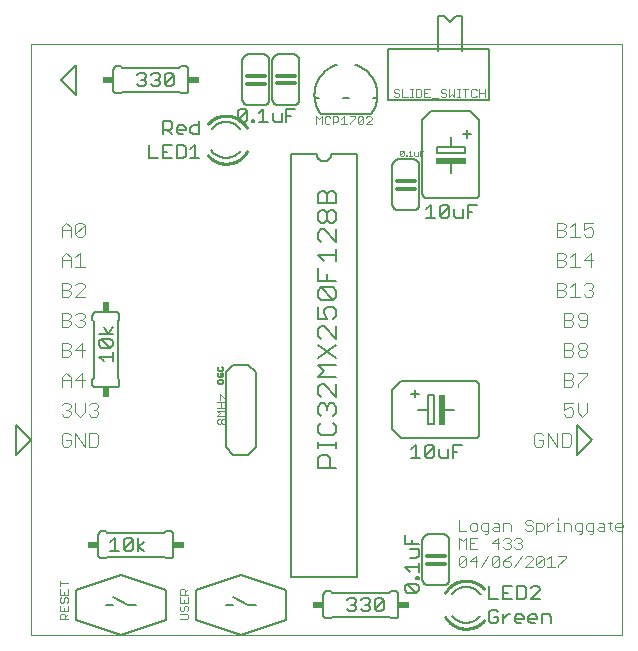
<source format=gto>
G75*
%MOIN*%
%OFA0B0*%
%FSLAX25Y25*%
%IPPOS*%
%LPD*%
%AMOC8*
5,1,8,0,0,1.08239X$1,22.5*
%
%ADD10C,0.00000*%
%ADD11C,0.00200*%
%ADD12C,0.00400*%
%ADD13C,0.00300*%
%ADD14C,0.00600*%
%ADD15C,0.01000*%
%ADD16C,0.00500*%
%ADD17R,0.02400X0.03400*%
%ADD18R,0.03400X0.02400*%
%ADD19C,0.00700*%
%ADD20C,0.00800*%
%ADD21C,0.01200*%
%ADD22R,0.10000X0.02000*%
%ADD23R,0.02000X0.10000*%
D10*
X0006250Y0001800D02*
X0006250Y0198650D01*
X0203100Y0198650D01*
X0203100Y0001800D01*
X0006250Y0001800D01*
D11*
X0015848Y0006900D02*
X0015848Y0008301D01*
X0016315Y0008768D01*
X0017249Y0008768D01*
X0017716Y0008301D01*
X0017716Y0006900D01*
X0018650Y0006900D02*
X0015848Y0006900D01*
X0017716Y0007834D02*
X0018650Y0008768D01*
X0018650Y0009662D02*
X0018650Y0011531D01*
X0018183Y0012425D02*
X0018650Y0012892D01*
X0018650Y0013826D01*
X0018183Y0014293D01*
X0017716Y0014293D01*
X0017249Y0013826D01*
X0017249Y0012892D01*
X0016782Y0012425D01*
X0016315Y0012425D01*
X0015848Y0012892D01*
X0015848Y0013826D01*
X0016315Y0014293D01*
X0015848Y0015187D02*
X0018650Y0015187D01*
X0018650Y0017055D01*
X0017249Y0016121D02*
X0017249Y0015187D01*
X0015848Y0015187D02*
X0015848Y0017055D01*
X0015848Y0017949D02*
X0015848Y0019818D01*
X0015848Y0018884D02*
X0018650Y0018884D01*
X0015848Y0011531D02*
X0015848Y0009662D01*
X0018650Y0009662D01*
X0017249Y0009662D02*
X0017249Y0010596D01*
X0055848Y0010129D02*
X0056315Y0009662D01*
X0056782Y0009662D01*
X0057249Y0010129D01*
X0057249Y0011064D01*
X0057716Y0011531D01*
X0058183Y0011531D01*
X0058650Y0011064D01*
X0058650Y0010129D01*
X0058183Y0009662D01*
X0058183Y0008768D02*
X0055848Y0008768D01*
X0055848Y0010129D02*
X0055848Y0011064D01*
X0056315Y0011531D01*
X0055848Y0012425D02*
X0055848Y0014293D01*
X0055848Y0015187D02*
X0055848Y0016588D01*
X0056315Y0017055D01*
X0057249Y0017055D01*
X0057716Y0016588D01*
X0057716Y0015187D01*
X0058650Y0015187D02*
X0055848Y0015187D01*
X0057716Y0016121D02*
X0058650Y0017055D01*
X0058650Y0014293D02*
X0058650Y0012425D01*
X0055848Y0012425D01*
X0057249Y0012425D02*
X0057249Y0013359D01*
X0058183Y0008768D02*
X0058650Y0008301D01*
X0058650Y0007367D01*
X0058183Y0006900D01*
X0055848Y0006900D01*
X0068815Y0071900D02*
X0069282Y0071900D01*
X0069749Y0072367D01*
X0069749Y0073301D01*
X0070216Y0073768D01*
X0070683Y0073768D01*
X0071150Y0073301D01*
X0071150Y0072367D01*
X0070683Y0071900D01*
X0070216Y0071900D01*
X0069749Y0072367D01*
X0069749Y0073301D02*
X0069282Y0073768D01*
X0068815Y0073768D01*
X0068348Y0073301D01*
X0068348Y0072367D01*
X0068815Y0071900D01*
X0068348Y0074662D02*
X0069282Y0075596D01*
X0068348Y0076531D01*
X0071150Y0076531D01*
X0071150Y0077425D02*
X0068348Y0077425D01*
X0069749Y0077425D02*
X0069749Y0079293D01*
X0069282Y0080187D02*
X0069282Y0082055D01*
X0071150Y0080187D01*
X0071150Y0082055D01*
X0071150Y0079293D02*
X0068348Y0079293D01*
X0068348Y0074662D02*
X0071150Y0074662D01*
X0129650Y0161400D02*
X0129350Y0161700D01*
X0130551Y0162901D01*
X0130551Y0161700D01*
X0130251Y0161400D01*
X0129650Y0161400D01*
X0129350Y0161700D02*
X0129350Y0162901D01*
X0129650Y0163202D01*
X0130251Y0163202D01*
X0130551Y0162901D01*
X0131192Y0161700D02*
X0131492Y0161700D01*
X0131492Y0161400D01*
X0131192Y0161400D01*
X0131192Y0161700D01*
X0132112Y0161400D02*
X0133313Y0161400D01*
X0132713Y0161400D02*
X0132713Y0163202D01*
X0132112Y0162601D01*
X0133954Y0162601D02*
X0133954Y0161700D01*
X0134254Y0161400D01*
X0135155Y0161400D01*
X0135155Y0162601D01*
X0135795Y0162301D02*
X0136396Y0162301D01*
X0135795Y0163202D02*
X0136997Y0163202D01*
X0135795Y0163202D02*
X0135795Y0161400D01*
X0140028Y0180547D02*
X0141897Y0180547D01*
X0142791Y0181481D02*
X0143258Y0181014D01*
X0144192Y0181014D01*
X0144659Y0181481D01*
X0144659Y0181948D01*
X0144192Y0182415D01*
X0143258Y0182415D01*
X0142791Y0182882D01*
X0142791Y0183349D01*
X0143258Y0183817D01*
X0144192Y0183817D01*
X0144659Y0183349D01*
X0145553Y0183817D02*
X0145553Y0181014D01*
X0146487Y0181948D01*
X0147421Y0181014D01*
X0147421Y0183817D01*
X0148315Y0183817D02*
X0149250Y0183817D01*
X0148783Y0183817D02*
X0148783Y0181014D01*
X0149250Y0181014D02*
X0148315Y0181014D01*
X0150157Y0183817D02*
X0152025Y0183817D01*
X0151091Y0183817D02*
X0151091Y0181014D01*
X0152919Y0181481D02*
X0153386Y0181014D01*
X0154321Y0181014D01*
X0154788Y0181481D01*
X0155682Y0181014D02*
X0155682Y0183817D01*
X0154788Y0183349D02*
X0154321Y0183817D01*
X0153386Y0183817D01*
X0152919Y0183349D01*
X0152919Y0181481D01*
X0155682Y0182415D02*
X0157550Y0182415D01*
X0157550Y0181014D02*
X0157550Y0183817D01*
X0139134Y0183817D02*
X0137266Y0183817D01*
X0137266Y0181014D01*
X0139134Y0181014D01*
X0138200Y0182415D02*
X0137266Y0182415D01*
X0136372Y0181481D02*
X0136372Y0183349D01*
X0135905Y0183817D01*
X0134504Y0183817D01*
X0134504Y0181014D01*
X0135905Y0181014D01*
X0136372Y0181481D01*
X0133596Y0181014D02*
X0132662Y0181014D01*
X0133129Y0181014D02*
X0133129Y0183817D01*
X0132662Y0183817D02*
X0133596Y0183817D01*
X0131768Y0181014D02*
X0129900Y0181014D01*
X0129900Y0183817D01*
X0129006Y0183349D02*
X0128539Y0183817D01*
X0127604Y0183817D01*
X0127137Y0183349D01*
X0127137Y0182882D01*
X0127604Y0182415D01*
X0128539Y0182415D01*
X0129006Y0181948D01*
X0129006Y0181481D01*
X0128539Y0181014D01*
X0127604Y0181014D01*
X0127137Y0181481D01*
D12*
X0181450Y0139104D02*
X0181450Y0134500D01*
X0183752Y0134500D01*
X0184519Y0135267D01*
X0184519Y0136035D01*
X0183752Y0136802D01*
X0181450Y0136802D01*
X0181450Y0139104D02*
X0183752Y0139104D01*
X0184519Y0138337D01*
X0184519Y0137569D01*
X0183752Y0136802D01*
X0186054Y0137569D02*
X0187589Y0139104D01*
X0187589Y0134500D01*
X0189123Y0134500D02*
X0186054Y0134500D01*
X0190658Y0135267D02*
X0191425Y0134500D01*
X0192960Y0134500D01*
X0193727Y0135267D01*
X0193727Y0136802D01*
X0192960Y0137569D01*
X0192192Y0137569D01*
X0190658Y0136802D01*
X0190658Y0139104D01*
X0193727Y0139104D01*
X0192960Y0129104D02*
X0190658Y0126802D01*
X0193727Y0126802D01*
X0192960Y0124500D02*
X0192960Y0129104D01*
X0189123Y0124500D02*
X0186054Y0124500D01*
X0187589Y0124500D02*
X0187589Y0129104D01*
X0186054Y0127569D01*
X0184519Y0127569D02*
X0183752Y0126802D01*
X0181450Y0126802D01*
X0181450Y0124500D02*
X0181450Y0129104D01*
X0183752Y0129104D01*
X0184519Y0128337D01*
X0184519Y0127569D01*
X0183752Y0126802D02*
X0184519Y0126035D01*
X0184519Y0125267D01*
X0183752Y0124500D01*
X0181450Y0124500D01*
X0181450Y0119104D02*
X0183752Y0119104D01*
X0184519Y0118337D01*
X0184519Y0117569D01*
X0183752Y0116802D01*
X0181450Y0116802D01*
X0181450Y0114500D02*
X0181450Y0119104D01*
X0183752Y0116802D02*
X0184519Y0116035D01*
X0184519Y0115267D01*
X0183752Y0114500D01*
X0181450Y0114500D01*
X0186054Y0114500D02*
X0189123Y0114500D01*
X0187589Y0114500D02*
X0187589Y0119104D01*
X0186054Y0117569D01*
X0190658Y0118337D02*
X0191425Y0119104D01*
X0192960Y0119104D01*
X0193727Y0118337D01*
X0193727Y0117569D01*
X0192960Y0116802D01*
X0193727Y0116035D01*
X0193727Y0115267D01*
X0192960Y0114500D01*
X0191425Y0114500D01*
X0190658Y0115267D01*
X0192192Y0116802D02*
X0192960Y0116802D01*
X0190856Y0109104D02*
X0189321Y0109104D01*
X0188554Y0108337D01*
X0188554Y0107569D01*
X0189321Y0106802D01*
X0191623Y0106802D01*
X0191623Y0108337D02*
X0190856Y0109104D01*
X0191623Y0108337D02*
X0191623Y0105267D01*
X0190856Y0104500D01*
X0189321Y0104500D01*
X0188554Y0105267D01*
X0187019Y0105267D02*
X0186252Y0104500D01*
X0183950Y0104500D01*
X0183950Y0109104D01*
X0186252Y0109104D01*
X0187019Y0108337D01*
X0187019Y0107569D01*
X0186252Y0106802D01*
X0183950Y0106802D01*
X0186252Y0106802D02*
X0187019Y0106035D01*
X0187019Y0105267D01*
X0186252Y0099104D02*
X0183950Y0099104D01*
X0183950Y0094500D01*
X0186252Y0094500D01*
X0187019Y0095267D01*
X0187019Y0096035D01*
X0186252Y0096802D01*
X0183950Y0096802D01*
X0186252Y0096802D02*
X0187019Y0097569D01*
X0187019Y0098337D01*
X0186252Y0099104D01*
X0188554Y0098337D02*
X0188554Y0097569D01*
X0189321Y0096802D01*
X0190856Y0096802D01*
X0191623Y0096035D01*
X0191623Y0095267D01*
X0190856Y0094500D01*
X0189321Y0094500D01*
X0188554Y0095267D01*
X0188554Y0096035D01*
X0189321Y0096802D01*
X0190856Y0096802D02*
X0191623Y0097569D01*
X0191623Y0098337D01*
X0190856Y0099104D01*
X0189321Y0099104D01*
X0188554Y0098337D01*
X0188554Y0089104D02*
X0191623Y0089104D01*
X0191623Y0088337D01*
X0188554Y0085267D01*
X0188554Y0084500D01*
X0187019Y0085267D02*
X0187019Y0086035D01*
X0186252Y0086802D01*
X0183950Y0086802D01*
X0183950Y0084500D02*
X0183950Y0089104D01*
X0186252Y0089104D01*
X0187019Y0088337D01*
X0187019Y0087569D01*
X0186252Y0086802D01*
X0187019Y0085267D02*
X0186252Y0084500D01*
X0183950Y0084500D01*
X0183950Y0079104D02*
X0183950Y0076802D01*
X0185485Y0077569D01*
X0186252Y0077569D01*
X0187019Y0076802D01*
X0187019Y0075267D01*
X0186252Y0074500D01*
X0184717Y0074500D01*
X0183950Y0075267D01*
X0183950Y0079104D02*
X0187019Y0079104D01*
X0188554Y0079104D02*
X0188554Y0076035D01*
X0190089Y0074500D01*
X0191623Y0076035D01*
X0191623Y0079104D01*
X0185460Y0069104D02*
X0183158Y0069104D01*
X0183158Y0064500D01*
X0185460Y0064500D01*
X0186227Y0065267D01*
X0186227Y0068337D01*
X0185460Y0069104D01*
X0181623Y0069104D02*
X0181623Y0064500D01*
X0178554Y0069104D01*
X0178554Y0064500D01*
X0177019Y0065267D02*
X0177019Y0066802D01*
X0175485Y0066802D01*
X0177019Y0068337D02*
X0176252Y0069104D01*
X0174717Y0069104D01*
X0173950Y0068337D01*
X0173950Y0065267D01*
X0174717Y0064500D01*
X0176252Y0064500D01*
X0177019Y0065267D01*
X0028727Y0065267D02*
X0027960Y0064500D01*
X0025658Y0064500D01*
X0025658Y0069104D01*
X0027960Y0069104D01*
X0028727Y0068337D01*
X0028727Y0065267D01*
X0024123Y0064500D02*
X0024123Y0069104D01*
X0021054Y0069104D02*
X0024123Y0064500D01*
X0021054Y0064500D02*
X0021054Y0069104D01*
X0019519Y0068337D02*
X0018752Y0069104D01*
X0017217Y0069104D01*
X0016450Y0068337D01*
X0016450Y0065267D01*
X0017217Y0064500D01*
X0018752Y0064500D01*
X0019519Y0065267D01*
X0019519Y0066802D01*
X0017985Y0066802D01*
X0018752Y0074500D02*
X0017217Y0074500D01*
X0016450Y0075267D01*
X0017985Y0076802D02*
X0018752Y0076802D01*
X0019519Y0076035D01*
X0019519Y0075267D01*
X0018752Y0074500D01*
X0018752Y0076802D02*
X0019519Y0077569D01*
X0019519Y0078337D01*
X0018752Y0079104D01*
X0017217Y0079104D01*
X0016450Y0078337D01*
X0021054Y0079104D02*
X0021054Y0076035D01*
X0022589Y0074500D01*
X0024123Y0076035D01*
X0024123Y0079104D01*
X0025658Y0078337D02*
X0026425Y0079104D01*
X0027960Y0079104D01*
X0028727Y0078337D01*
X0028727Y0077569D01*
X0027960Y0076802D01*
X0028727Y0076035D01*
X0028727Y0075267D01*
X0027960Y0074500D01*
X0026425Y0074500D01*
X0025658Y0075267D01*
X0027192Y0076802D02*
X0027960Y0076802D01*
X0023356Y0084500D02*
X0023356Y0089104D01*
X0021054Y0086802D01*
X0024123Y0086802D01*
X0019519Y0086802D02*
X0016450Y0086802D01*
X0016450Y0087569D02*
X0017985Y0089104D01*
X0019519Y0087569D01*
X0019519Y0084500D01*
X0016450Y0084500D02*
X0016450Y0087569D01*
X0016450Y0094500D02*
X0018752Y0094500D01*
X0019519Y0095267D01*
X0019519Y0096035D01*
X0018752Y0096802D01*
X0016450Y0096802D01*
X0016450Y0094500D02*
X0016450Y0099104D01*
X0018752Y0099104D01*
X0019519Y0098337D01*
X0019519Y0097569D01*
X0018752Y0096802D01*
X0021054Y0096802D02*
X0024123Y0096802D01*
X0023356Y0094500D02*
X0023356Y0099104D01*
X0021054Y0096802D01*
X0021821Y0104500D02*
X0021054Y0105267D01*
X0021821Y0104500D02*
X0023356Y0104500D01*
X0024123Y0105267D01*
X0024123Y0106035D01*
X0023356Y0106802D01*
X0022589Y0106802D01*
X0023356Y0106802D02*
X0024123Y0107569D01*
X0024123Y0108337D01*
X0023356Y0109104D01*
X0021821Y0109104D01*
X0021054Y0108337D01*
X0019519Y0108337D02*
X0018752Y0109104D01*
X0016450Y0109104D01*
X0016450Y0104500D01*
X0018752Y0104500D01*
X0019519Y0105267D01*
X0019519Y0106035D01*
X0018752Y0106802D01*
X0016450Y0106802D01*
X0018752Y0106802D02*
X0019519Y0107569D01*
X0019519Y0108337D01*
X0018752Y0114500D02*
X0016450Y0114500D01*
X0016450Y0119104D01*
X0018752Y0119104D01*
X0019519Y0118337D01*
X0019519Y0117569D01*
X0018752Y0116802D01*
X0016450Y0116802D01*
X0018752Y0116802D02*
X0019519Y0116035D01*
X0019519Y0115267D01*
X0018752Y0114500D01*
X0021054Y0114500D02*
X0024123Y0117569D01*
X0024123Y0118337D01*
X0023356Y0119104D01*
X0021821Y0119104D01*
X0021054Y0118337D01*
X0021054Y0114500D02*
X0024123Y0114500D01*
X0024123Y0124500D02*
X0021054Y0124500D01*
X0022589Y0124500D02*
X0022589Y0129104D01*
X0021054Y0127569D01*
X0019519Y0127569D02*
X0019519Y0124500D01*
X0019519Y0126802D02*
X0016450Y0126802D01*
X0016450Y0127569D02*
X0017985Y0129104D01*
X0019519Y0127569D01*
X0016450Y0127569D02*
X0016450Y0124500D01*
X0016450Y0134500D02*
X0016450Y0137569D01*
X0017985Y0139104D01*
X0019519Y0137569D01*
X0019519Y0134500D01*
X0021054Y0135267D02*
X0024123Y0138337D01*
X0024123Y0135267D01*
X0023356Y0134500D01*
X0021821Y0134500D01*
X0021054Y0135267D01*
X0021054Y0138337D01*
X0021821Y0139104D01*
X0023356Y0139104D01*
X0024123Y0138337D01*
X0019519Y0136802D02*
X0016450Y0136802D01*
D13*
X0101400Y0171950D02*
X0101400Y0174652D01*
X0102301Y0173752D01*
X0103202Y0174652D01*
X0103202Y0171950D01*
X0104162Y0172400D02*
X0104162Y0174202D01*
X0104613Y0174652D01*
X0105513Y0174652D01*
X0105964Y0174202D01*
X0106925Y0174652D02*
X0108276Y0174652D01*
X0108726Y0174202D01*
X0108726Y0173301D01*
X0108276Y0172851D01*
X0106925Y0172851D01*
X0106925Y0171950D02*
X0106925Y0174652D01*
X0105964Y0172400D02*
X0105513Y0171950D01*
X0104613Y0171950D01*
X0104162Y0172400D01*
X0109687Y0171950D02*
X0111489Y0171950D01*
X0110588Y0171950D02*
X0110588Y0174652D01*
X0109687Y0173752D01*
X0112449Y0174652D02*
X0114251Y0174652D01*
X0114251Y0174202D01*
X0112449Y0172400D01*
X0112449Y0171950D01*
X0115212Y0172400D02*
X0115212Y0174202D01*
X0115662Y0174652D01*
X0116563Y0174652D01*
X0117013Y0174202D01*
X0115212Y0172400D01*
X0115662Y0171950D01*
X0116563Y0171950D01*
X0117013Y0172400D01*
X0117013Y0174202D01*
X0117974Y0174202D02*
X0118424Y0174652D01*
X0119325Y0174652D01*
X0119776Y0174202D01*
X0119776Y0173752D01*
X0117974Y0171950D01*
X0119776Y0171950D01*
X0148900Y0040153D02*
X0148900Y0036450D01*
X0151369Y0036450D01*
X0152583Y0037067D02*
X0153200Y0036450D01*
X0154435Y0036450D01*
X0155052Y0037067D01*
X0155052Y0038302D01*
X0154435Y0038919D01*
X0153200Y0038919D01*
X0152583Y0038302D01*
X0152583Y0037067D01*
X0152583Y0034153D02*
X0152583Y0030450D01*
X0155052Y0030450D01*
X0153818Y0032302D02*
X0152583Y0032302D01*
X0152583Y0034153D02*
X0155052Y0034153D01*
X0156883Y0036450D02*
X0158735Y0036450D01*
X0158735Y0035833D02*
X0158735Y0038919D01*
X0156883Y0038919D01*
X0156266Y0038302D01*
X0156266Y0037067D01*
X0156883Y0036450D01*
X0157501Y0035216D02*
X0158118Y0035216D01*
X0158735Y0035833D01*
X0159949Y0037067D02*
X0160567Y0037684D01*
X0162418Y0037684D01*
X0162418Y0038302D02*
X0162418Y0036450D01*
X0160567Y0036450D01*
X0159949Y0037067D01*
X0160567Y0038919D02*
X0161801Y0038919D01*
X0162418Y0038302D01*
X0163633Y0038919D02*
X0163633Y0036450D01*
X0164250Y0034153D02*
X0165484Y0034153D01*
X0166101Y0033536D01*
X0166101Y0032919D01*
X0165484Y0032302D01*
X0166101Y0031684D01*
X0166101Y0031067D01*
X0165484Y0030450D01*
X0164250Y0030450D01*
X0163633Y0031067D01*
X0162418Y0032302D02*
X0159949Y0032302D01*
X0161801Y0034153D01*
X0161801Y0030450D01*
X0161801Y0028153D02*
X0160567Y0028153D01*
X0159949Y0027536D01*
X0159949Y0025067D01*
X0162418Y0027536D01*
X0162418Y0025067D01*
X0161801Y0024450D01*
X0160567Y0024450D01*
X0159949Y0025067D01*
X0158735Y0028153D02*
X0156266Y0024450D01*
X0154435Y0024450D02*
X0154435Y0028153D01*
X0152583Y0026302D01*
X0155052Y0026302D01*
X0151369Y0027536D02*
X0151369Y0025067D01*
X0150752Y0024450D01*
X0149517Y0024450D01*
X0148900Y0025067D01*
X0151369Y0027536D01*
X0150752Y0028153D01*
X0149517Y0028153D01*
X0148900Y0027536D01*
X0148900Y0025067D01*
X0148900Y0030450D02*
X0148900Y0034153D01*
X0150134Y0032919D01*
X0151369Y0034153D01*
X0151369Y0030450D01*
X0161801Y0028153D02*
X0162418Y0027536D01*
X0163633Y0026302D02*
X0165484Y0026302D01*
X0166101Y0025684D01*
X0166101Y0025067D01*
X0165484Y0024450D01*
X0164250Y0024450D01*
X0163633Y0025067D01*
X0163633Y0026302D01*
X0164867Y0027536D01*
X0166101Y0028153D01*
X0167933Y0030450D02*
X0167316Y0031067D01*
X0167933Y0030450D02*
X0169167Y0030450D01*
X0169784Y0031067D01*
X0169784Y0031684D01*
X0169167Y0032302D01*
X0168550Y0032302D01*
X0169167Y0032302D02*
X0169784Y0032919D01*
X0169784Y0033536D01*
X0169167Y0034153D01*
X0167933Y0034153D01*
X0167316Y0033536D01*
X0165484Y0032302D02*
X0164867Y0032302D01*
X0163633Y0033536D02*
X0164250Y0034153D01*
X0166101Y0036450D02*
X0166101Y0038302D01*
X0165484Y0038919D01*
X0163633Y0038919D01*
X0170999Y0038919D02*
X0171616Y0038302D01*
X0172850Y0038302D01*
X0173468Y0037684D01*
X0173468Y0037067D01*
X0172850Y0036450D01*
X0171616Y0036450D01*
X0170999Y0037067D01*
X0170999Y0038919D02*
X0170999Y0039536D01*
X0171616Y0040153D01*
X0172850Y0040153D01*
X0173468Y0039536D01*
X0174682Y0038919D02*
X0176534Y0038919D01*
X0177151Y0038302D01*
X0177151Y0037067D01*
X0176534Y0036450D01*
X0174682Y0036450D01*
X0174682Y0035216D02*
X0174682Y0038919D01*
X0178365Y0038919D02*
X0178365Y0036450D01*
X0178365Y0037684D02*
X0179600Y0038919D01*
X0180217Y0038919D01*
X0181434Y0038919D02*
X0182052Y0038919D01*
X0182052Y0036450D01*
X0182669Y0036450D02*
X0181434Y0036450D01*
X0183890Y0036450D02*
X0183890Y0038919D01*
X0185741Y0038919D01*
X0186359Y0038302D01*
X0186359Y0036450D01*
X0187573Y0037067D02*
X0188190Y0036450D01*
X0190042Y0036450D01*
X0190042Y0035833D02*
X0190042Y0038919D01*
X0188190Y0038919D01*
X0187573Y0038302D01*
X0187573Y0037067D01*
X0188807Y0035216D02*
X0189425Y0035216D01*
X0190042Y0035833D01*
X0191256Y0037067D02*
X0191256Y0038302D01*
X0191873Y0038919D01*
X0193725Y0038919D01*
X0193725Y0035833D01*
X0193108Y0035216D01*
X0192491Y0035216D01*
X0191873Y0036450D02*
X0193725Y0036450D01*
X0194939Y0037067D02*
X0195556Y0037684D01*
X0197408Y0037684D01*
X0197408Y0038302D02*
X0197408Y0036450D01*
X0195556Y0036450D01*
X0194939Y0037067D01*
X0195556Y0038919D02*
X0196791Y0038919D01*
X0197408Y0038302D01*
X0198622Y0038919D02*
X0199857Y0038919D01*
X0199240Y0039536D02*
X0199240Y0037067D01*
X0199857Y0036450D01*
X0201078Y0037067D02*
X0201078Y0038302D01*
X0201695Y0038919D01*
X0202929Y0038919D01*
X0203547Y0038302D01*
X0203547Y0037684D01*
X0201078Y0037684D01*
X0201078Y0037067D02*
X0201695Y0036450D01*
X0202929Y0036450D01*
X0191873Y0036450D02*
X0191256Y0037067D01*
X0184517Y0028153D02*
X0184517Y0027536D01*
X0182048Y0025067D01*
X0182048Y0024450D01*
X0180834Y0024450D02*
X0178365Y0024450D01*
X0179600Y0024450D02*
X0179600Y0028153D01*
X0178365Y0026919D01*
X0177151Y0027536D02*
X0177151Y0025067D01*
X0176534Y0024450D01*
X0175299Y0024450D01*
X0174682Y0025067D01*
X0177151Y0027536D01*
X0176534Y0028153D01*
X0175299Y0028153D01*
X0174682Y0027536D01*
X0174682Y0025067D01*
X0173468Y0024450D02*
X0170999Y0024450D01*
X0173468Y0026919D01*
X0173468Y0027536D01*
X0172850Y0028153D01*
X0171616Y0028153D01*
X0170999Y0027536D01*
X0169784Y0028153D02*
X0167316Y0024450D01*
X0182048Y0028153D02*
X0184517Y0028153D01*
X0182052Y0040153D02*
X0182052Y0040770D01*
D14*
X0154250Y0067300D02*
X0129750Y0067300D01*
X0126750Y0070300D01*
X0126750Y0083300D01*
X0129750Y0086300D01*
X0154250Y0086300D01*
X0154326Y0086298D01*
X0154402Y0086292D01*
X0154477Y0086283D01*
X0154552Y0086269D01*
X0154626Y0086252D01*
X0154699Y0086231D01*
X0154771Y0086207D01*
X0154842Y0086178D01*
X0154911Y0086147D01*
X0154978Y0086112D01*
X0155043Y0086073D01*
X0155107Y0086031D01*
X0155168Y0085986D01*
X0155227Y0085938D01*
X0155283Y0085887D01*
X0155337Y0085833D01*
X0155388Y0085777D01*
X0155436Y0085718D01*
X0155481Y0085657D01*
X0155523Y0085593D01*
X0155562Y0085528D01*
X0155597Y0085461D01*
X0155628Y0085392D01*
X0155657Y0085321D01*
X0155681Y0085249D01*
X0155702Y0085176D01*
X0155719Y0085102D01*
X0155733Y0085027D01*
X0155742Y0084952D01*
X0155748Y0084876D01*
X0155750Y0084800D01*
X0155750Y0068800D01*
X0155748Y0068724D01*
X0155742Y0068648D01*
X0155733Y0068573D01*
X0155719Y0068498D01*
X0155702Y0068424D01*
X0155681Y0068351D01*
X0155657Y0068279D01*
X0155628Y0068208D01*
X0155597Y0068139D01*
X0155562Y0068072D01*
X0155523Y0068007D01*
X0155481Y0067943D01*
X0155436Y0067882D01*
X0155388Y0067823D01*
X0155337Y0067767D01*
X0155283Y0067713D01*
X0155227Y0067662D01*
X0155168Y0067614D01*
X0155107Y0067569D01*
X0155043Y0067527D01*
X0154978Y0067488D01*
X0154911Y0067453D01*
X0154842Y0067422D01*
X0154771Y0067393D01*
X0154699Y0067369D01*
X0154626Y0067348D01*
X0154552Y0067331D01*
X0154477Y0067317D01*
X0154402Y0067308D01*
X0154326Y0067302D01*
X0154250Y0067300D01*
X0147250Y0076800D02*
X0143750Y0076800D01*
X0138750Y0076800D02*
X0138750Y0072000D01*
X0140750Y0072000D01*
X0140750Y0081600D01*
X0138750Y0081600D01*
X0138750Y0076800D01*
X0135250Y0076800D01*
X0134250Y0080900D02*
X0134250Y0083400D01*
X0135550Y0082200D02*
X0132950Y0082200D01*
X0138750Y0035300D02*
X0143750Y0035300D01*
X0143837Y0035298D01*
X0143924Y0035292D01*
X0144011Y0035283D01*
X0144097Y0035270D01*
X0144183Y0035253D01*
X0144268Y0035232D01*
X0144351Y0035207D01*
X0144434Y0035179D01*
X0144515Y0035148D01*
X0144595Y0035113D01*
X0144673Y0035074D01*
X0144750Y0035032D01*
X0144825Y0034987D01*
X0144897Y0034938D01*
X0144968Y0034887D01*
X0145036Y0034832D01*
X0145101Y0034775D01*
X0145164Y0034714D01*
X0145225Y0034651D01*
X0145282Y0034586D01*
X0145337Y0034518D01*
X0145388Y0034447D01*
X0145437Y0034375D01*
X0145482Y0034300D01*
X0145524Y0034223D01*
X0145563Y0034145D01*
X0145598Y0034065D01*
X0145629Y0033984D01*
X0145657Y0033901D01*
X0145682Y0033818D01*
X0145703Y0033733D01*
X0145720Y0033647D01*
X0145733Y0033561D01*
X0145742Y0033474D01*
X0145748Y0033387D01*
X0145750Y0033300D01*
X0145750Y0020300D01*
X0145748Y0020213D01*
X0145742Y0020126D01*
X0145733Y0020039D01*
X0145720Y0019953D01*
X0145703Y0019867D01*
X0145682Y0019782D01*
X0145657Y0019699D01*
X0145629Y0019616D01*
X0145598Y0019535D01*
X0145563Y0019455D01*
X0145524Y0019377D01*
X0145482Y0019300D01*
X0145437Y0019225D01*
X0145388Y0019153D01*
X0145337Y0019082D01*
X0145282Y0019014D01*
X0145225Y0018949D01*
X0145164Y0018886D01*
X0145101Y0018825D01*
X0145036Y0018768D01*
X0144968Y0018713D01*
X0144897Y0018662D01*
X0144825Y0018613D01*
X0144750Y0018568D01*
X0144673Y0018526D01*
X0144595Y0018487D01*
X0144515Y0018452D01*
X0144434Y0018421D01*
X0144351Y0018393D01*
X0144268Y0018368D01*
X0144183Y0018347D01*
X0144097Y0018330D01*
X0144011Y0018317D01*
X0143924Y0018308D01*
X0143837Y0018302D01*
X0143750Y0018300D01*
X0138750Y0018300D01*
X0138663Y0018302D01*
X0138576Y0018308D01*
X0138489Y0018317D01*
X0138403Y0018330D01*
X0138317Y0018347D01*
X0138232Y0018368D01*
X0138149Y0018393D01*
X0138066Y0018421D01*
X0137985Y0018452D01*
X0137905Y0018487D01*
X0137827Y0018526D01*
X0137750Y0018568D01*
X0137675Y0018613D01*
X0137603Y0018662D01*
X0137532Y0018713D01*
X0137464Y0018768D01*
X0137399Y0018825D01*
X0137336Y0018886D01*
X0137275Y0018949D01*
X0137218Y0019014D01*
X0137163Y0019082D01*
X0137112Y0019153D01*
X0137063Y0019225D01*
X0137018Y0019300D01*
X0136976Y0019377D01*
X0136937Y0019455D01*
X0136902Y0019535D01*
X0136871Y0019616D01*
X0136843Y0019699D01*
X0136818Y0019782D01*
X0136797Y0019867D01*
X0136780Y0019953D01*
X0136767Y0020039D01*
X0136758Y0020126D01*
X0136752Y0020213D01*
X0136750Y0020300D01*
X0136750Y0033300D01*
X0136752Y0033387D01*
X0136758Y0033474D01*
X0136767Y0033561D01*
X0136780Y0033647D01*
X0136797Y0033733D01*
X0136818Y0033818D01*
X0136843Y0033901D01*
X0136871Y0033984D01*
X0136902Y0034065D01*
X0136937Y0034145D01*
X0136976Y0034223D01*
X0137018Y0034300D01*
X0137063Y0034375D01*
X0137112Y0034447D01*
X0137163Y0034518D01*
X0137218Y0034586D01*
X0137275Y0034651D01*
X0137336Y0034714D01*
X0137399Y0034775D01*
X0137464Y0034832D01*
X0137532Y0034887D01*
X0137603Y0034938D01*
X0137675Y0034987D01*
X0137750Y0035032D01*
X0137827Y0035074D01*
X0137905Y0035113D01*
X0137985Y0035148D01*
X0138066Y0035179D01*
X0138149Y0035207D01*
X0138232Y0035232D01*
X0138317Y0035253D01*
X0138403Y0035270D01*
X0138489Y0035283D01*
X0138576Y0035292D01*
X0138663Y0035298D01*
X0138750Y0035300D01*
X0127750Y0016300D02*
X0126250Y0016300D01*
X0125750Y0015800D01*
X0106750Y0015800D01*
X0106250Y0016300D01*
X0104750Y0016300D01*
X0104690Y0016298D01*
X0104629Y0016293D01*
X0104570Y0016284D01*
X0104511Y0016271D01*
X0104452Y0016255D01*
X0104395Y0016235D01*
X0104340Y0016212D01*
X0104285Y0016185D01*
X0104233Y0016156D01*
X0104182Y0016123D01*
X0104133Y0016087D01*
X0104087Y0016049D01*
X0104043Y0016007D01*
X0104001Y0015963D01*
X0103963Y0015917D01*
X0103927Y0015868D01*
X0103894Y0015817D01*
X0103865Y0015765D01*
X0103838Y0015710D01*
X0103815Y0015655D01*
X0103795Y0015598D01*
X0103779Y0015539D01*
X0103766Y0015480D01*
X0103757Y0015421D01*
X0103752Y0015360D01*
X0103750Y0015300D01*
X0103750Y0008300D01*
X0103752Y0008240D01*
X0103757Y0008179D01*
X0103766Y0008120D01*
X0103779Y0008061D01*
X0103795Y0008002D01*
X0103815Y0007945D01*
X0103838Y0007890D01*
X0103865Y0007835D01*
X0103894Y0007783D01*
X0103927Y0007732D01*
X0103963Y0007683D01*
X0104001Y0007637D01*
X0104043Y0007593D01*
X0104087Y0007551D01*
X0104133Y0007513D01*
X0104182Y0007477D01*
X0104233Y0007444D01*
X0104285Y0007415D01*
X0104340Y0007388D01*
X0104395Y0007365D01*
X0104452Y0007345D01*
X0104511Y0007329D01*
X0104570Y0007316D01*
X0104629Y0007307D01*
X0104690Y0007302D01*
X0104750Y0007300D01*
X0106250Y0007300D01*
X0106750Y0007800D01*
X0125750Y0007800D01*
X0126250Y0007300D01*
X0127750Y0007300D01*
X0127810Y0007302D01*
X0127871Y0007307D01*
X0127930Y0007316D01*
X0127989Y0007329D01*
X0128048Y0007345D01*
X0128105Y0007365D01*
X0128160Y0007388D01*
X0128215Y0007415D01*
X0128267Y0007444D01*
X0128318Y0007477D01*
X0128367Y0007513D01*
X0128413Y0007551D01*
X0128457Y0007593D01*
X0128499Y0007637D01*
X0128537Y0007683D01*
X0128573Y0007732D01*
X0128606Y0007783D01*
X0128635Y0007835D01*
X0128662Y0007890D01*
X0128685Y0007945D01*
X0128705Y0008002D01*
X0128721Y0008061D01*
X0128734Y0008120D01*
X0128743Y0008179D01*
X0128748Y0008240D01*
X0128750Y0008300D01*
X0128750Y0015300D01*
X0128748Y0015360D01*
X0128743Y0015421D01*
X0128734Y0015480D01*
X0128721Y0015539D01*
X0128705Y0015598D01*
X0128685Y0015655D01*
X0128662Y0015710D01*
X0128635Y0015765D01*
X0128606Y0015817D01*
X0128573Y0015868D01*
X0128537Y0015917D01*
X0128499Y0015963D01*
X0128457Y0016007D01*
X0128413Y0016049D01*
X0128367Y0016087D01*
X0128318Y0016123D01*
X0128267Y0016156D01*
X0128215Y0016185D01*
X0128160Y0016212D01*
X0128105Y0016235D01*
X0128048Y0016255D01*
X0127989Y0016271D01*
X0127930Y0016284D01*
X0127871Y0016293D01*
X0127810Y0016298D01*
X0127750Y0016300D01*
X0114927Y0021182D02*
X0092927Y0021182D01*
X0092927Y0162182D01*
X0101427Y0162182D01*
X0101429Y0162084D01*
X0101435Y0161986D01*
X0101444Y0161888D01*
X0101458Y0161791D01*
X0101475Y0161694D01*
X0101496Y0161598D01*
X0101521Y0161503D01*
X0101549Y0161409D01*
X0101582Y0161317D01*
X0101617Y0161225D01*
X0101657Y0161135D01*
X0101699Y0161047D01*
X0101746Y0160960D01*
X0101795Y0160876D01*
X0101848Y0160793D01*
X0101904Y0160713D01*
X0101964Y0160634D01*
X0102026Y0160558D01*
X0102091Y0160485D01*
X0102159Y0160414D01*
X0102230Y0160346D01*
X0102303Y0160281D01*
X0102379Y0160219D01*
X0102458Y0160159D01*
X0102538Y0160103D01*
X0102621Y0160050D01*
X0102705Y0160001D01*
X0102792Y0159954D01*
X0102880Y0159912D01*
X0102970Y0159872D01*
X0103062Y0159837D01*
X0103154Y0159804D01*
X0103248Y0159776D01*
X0103343Y0159751D01*
X0103439Y0159730D01*
X0103536Y0159713D01*
X0103633Y0159699D01*
X0103731Y0159690D01*
X0103829Y0159684D01*
X0103927Y0159682D01*
X0104025Y0159684D01*
X0104123Y0159690D01*
X0104221Y0159699D01*
X0104318Y0159713D01*
X0104415Y0159730D01*
X0104511Y0159751D01*
X0104606Y0159776D01*
X0104700Y0159804D01*
X0104792Y0159837D01*
X0104884Y0159872D01*
X0104974Y0159912D01*
X0105062Y0159954D01*
X0105149Y0160001D01*
X0105233Y0160050D01*
X0105316Y0160103D01*
X0105396Y0160159D01*
X0105475Y0160219D01*
X0105551Y0160281D01*
X0105624Y0160346D01*
X0105695Y0160414D01*
X0105763Y0160485D01*
X0105828Y0160558D01*
X0105890Y0160634D01*
X0105950Y0160713D01*
X0106006Y0160793D01*
X0106059Y0160876D01*
X0106108Y0160960D01*
X0106155Y0161047D01*
X0106197Y0161135D01*
X0106237Y0161225D01*
X0106272Y0161317D01*
X0106305Y0161409D01*
X0106333Y0161503D01*
X0106358Y0161598D01*
X0106379Y0161694D01*
X0106396Y0161791D01*
X0106410Y0161888D01*
X0106419Y0161986D01*
X0106425Y0162084D01*
X0106427Y0162182D01*
X0114927Y0162182D01*
X0114927Y0021182D01*
X0151250Y0017800D02*
X0151404Y0017798D01*
X0151558Y0017792D01*
X0151712Y0017782D01*
X0151866Y0017768D01*
X0152019Y0017751D01*
X0152171Y0017729D01*
X0152323Y0017703D01*
X0152475Y0017674D01*
X0152625Y0017640D01*
X0152775Y0017603D01*
X0152923Y0017562D01*
X0153071Y0017517D01*
X0153217Y0017468D01*
X0153362Y0017416D01*
X0153505Y0017360D01*
X0153648Y0017300D01*
X0153788Y0017237D01*
X0153927Y0017170D01*
X0154064Y0017099D01*
X0154199Y0017025D01*
X0154332Y0016948D01*
X0154464Y0016867D01*
X0154593Y0016783D01*
X0154720Y0016695D01*
X0154844Y0016604D01*
X0154966Y0016511D01*
X0155086Y0016413D01*
X0155203Y0016313D01*
X0155318Y0016210D01*
X0155430Y0016104D01*
X0155539Y0015996D01*
X0155645Y0015884D01*
X0155749Y0015770D01*
X0155849Y0015653D01*
X0155947Y0015534D01*
X0156041Y0015412D01*
X0156132Y0015287D01*
X0151250Y0005800D02*
X0151098Y0005802D01*
X0150947Y0005808D01*
X0150796Y0005817D01*
X0150644Y0005831D01*
X0150494Y0005848D01*
X0150344Y0005869D01*
X0150194Y0005894D01*
X0150045Y0005922D01*
X0149897Y0005955D01*
X0149750Y0005991D01*
X0149603Y0006030D01*
X0149458Y0006074D01*
X0149314Y0006121D01*
X0149171Y0006172D01*
X0149030Y0006226D01*
X0148889Y0006284D01*
X0148751Y0006345D01*
X0148614Y0006410D01*
X0148478Y0006479D01*
X0148345Y0006550D01*
X0148213Y0006625D01*
X0148083Y0006704D01*
X0147956Y0006785D01*
X0147830Y0006870D01*
X0147706Y0006958D01*
X0147585Y0007049D01*
X0147466Y0007143D01*
X0147350Y0007241D01*
X0147236Y0007341D01*
X0147124Y0007443D01*
X0147016Y0007549D01*
X0146910Y0007657D01*
X0146806Y0007768D01*
X0146706Y0007882D01*
X0146608Y0007998D01*
X0146514Y0008117D01*
X0151250Y0005800D02*
X0151402Y0005802D01*
X0151553Y0005808D01*
X0151704Y0005817D01*
X0151856Y0005831D01*
X0152006Y0005848D01*
X0152156Y0005869D01*
X0152306Y0005894D01*
X0152455Y0005922D01*
X0152603Y0005955D01*
X0152750Y0005991D01*
X0152897Y0006030D01*
X0153042Y0006074D01*
X0153186Y0006121D01*
X0153329Y0006172D01*
X0153470Y0006226D01*
X0153611Y0006284D01*
X0153749Y0006345D01*
X0153886Y0006410D01*
X0154022Y0006479D01*
X0154155Y0006550D01*
X0154287Y0006625D01*
X0154417Y0006704D01*
X0154544Y0006785D01*
X0154670Y0006870D01*
X0154794Y0006958D01*
X0154915Y0007049D01*
X0155034Y0007143D01*
X0155150Y0007241D01*
X0155264Y0007341D01*
X0155376Y0007443D01*
X0155484Y0007549D01*
X0155590Y0007657D01*
X0155694Y0007768D01*
X0155794Y0007882D01*
X0155892Y0007998D01*
X0155986Y0008117D01*
X0151250Y0017800D02*
X0151100Y0017798D01*
X0150949Y0017792D01*
X0150799Y0017783D01*
X0150650Y0017770D01*
X0150500Y0017753D01*
X0150351Y0017732D01*
X0150203Y0017708D01*
X0150055Y0017680D01*
X0149908Y0017648D01*
X0149762Y0017613D01*
X0149617Y0017573D01*
X0149473Y0017531D01*
X0149330Y0017484D01*
X0149188Y0017434D01*
X0149047Y0017381D01*
X0148908Y0017324D01*
X0148770Y0017264D01*
X0148634Y0017200D01*
X0148500Y0017133D01*
X0148367Y0017062D01*
X0148236Y0016988D01*
X0148107Y0016911D01*
X0147980Y0016830D01*
X0147855Y0016747D01*
X0147732Y0016660D01*
X0147611Y0016571D01*
X0147493Y0016478D01*
X0147377Y0016382D01*
X0147263Y0016284D01*
X0147152Y0016183D01*
X0147043Y0016078D01*
X0146938Y0015972D01*
X0146834Y0015862D01*
X0146734Y0015750D01*
X0146636Y0015636D01*
X0146542Y0015519D01*
X0146450Y0015400D01*
X0053750Y0028300D02*
X0053750Y0035300D01*
X0053748Y0035360D01*
X0053743Y0035421D01*
X0053734Y0035480D01*
X0053721Y0035539D01*
X0053705Y0035598D01*
X0053685Y0035655D01*
X0053662Y0035710D01*
X0053635Y0035765D01*
X0053606Y0035817D01*
X0053573Y0035868D01*
X0053537Y0035917D01*
X0053499Y0035963D01*
X0053457Y0036007D01*
X0053413Y0036049D01*
X0053367Y0036087D01*
X0053318Y0036123D01*
X0053267Y0036156D01*
X0053215Y0036185D01*
X0053160Y0036212D01*
X0053105Y0036235D01*
X0053048Y0036255D01*
X0052989Y0036271D01*
X0052930Y0036284D01*
X0052871Y0036293D01*
X0052810Y0036298D01*
X0052750Y0036300D01*
X0051250Y0036300D01*
X0050750Y0035800D01*
X0031750Y0035800D01*
X0031250Y0036300D01*
X0029750Y0036300D01*
X0029690Y0036298D01*
X0029629Y0036293D01*
X0029570Y0036284D01*
X0029511Y0036271D01*
X0029452Y0036255D01*
X0029395Y0036235D01*
X0029340Y0036212D01*
X0029285Y0036185D01*
X0029233Y0036156D01*
X0029182Y0036123D01*
X0029133Y0036087D01*
X0029087Y0036049D01*
X0029043Y0036007D01*
X0029001Y0035963D01*
X0028963Y0035917D01*
X0028927Y0035868D01*
X0028894Y0035817D01*
X0028865Y0035765D01*
X0028838Y0035710D01*
X0028815Y0035655D01*
X0028795Y0035598D01*
X0028779Y0035539D01*
X0028766Y0035480D01*
X0028757Y0035421D01*
X0028752Y0035360D01*
X0028750Y0035300D01*
X0028750Y0028300D01*
X0028752Y0028240D01*
X0028757Y0028179D01*
X0028766Y0028120D01*
X0028779Y0028061D01*
X0028795Y0028002D01*
X0028815Y0027945D01*
X0028838Y0027890D01*
X0028865Y0027835D01*
X0028894Y0027783D01*
X0028927Y0027732D01*
X0028963Y0027683D01*
X0029001Y0027637D01*
X0029043Y0027593D01*
X0029087Y0027551D01*
X0029133Y0027513D01*
X0029182Y0027477D01*
X0029233Y0027444D01*
X0029285Y0027415D01*
X0029340Y0027388D01*
X0029395Y0027365D01*
X0029452Y0027345D01*
X0029511Y0027329D01*
X0029570Y0027316D01*
X0029629Y0027307D01*
X0029690Y0027302D01*
X0029750Y0027300D01*
X0031250Y0027300D01*
X0031750Y0027800D01*
X0050750Y0027800D01*
X0051250Y0027300D01*
X0052750Y0027300D01*
X0052810Y0027302D01*
X0052871Y0027307D01*
X0052930Y0027316D01*
X0052989Y0027329D01*
X0053048Y0027345D01*
X0053105Y0027365D01*
X0053160Y0027388D01*
X0053215Y0027415D01*
X0053267Y0027444D01*
X0053318Y0027477D01*
X0053367Y0027513D01*
X0053413Y0027551D01*
X0053457Y0027593D01*
X0053499Y0027637D01*
X0053537Y0027683D01*
X0053573Y0027732D01*
X0053606Y0027783D01*
X0053635Y0027835D01*
X0053662Y0027890D01*
X0053685Y0027945D01*
X0053705Y0028002D01*
X0053721Y0028061D01*
X0053734Y0028120D01*
X0053743Y0028179D01*
X0053748Y0028240D01*
X0053750Y0028300D01*
X0034750Y0084300D02*
X0027750Y0084300D01*
X0027690Y0084302D01*
X0027629Y0084307D01*
X0027570Y0084316D01*
X0027511Y0084329D01*
X0027452Y0084345D01*
X0027395Y0084365D01*
X0027340Y0084388D01*
X0027285Y0084415D01*
X0027233Y0084444D01*
X0027182Y0084477D01*
X0027133Y0084513D01*
X0027087Y0084551D01*
X0027043Y0084593D01*
X0027001Y0084637D01*
X0026963Y0084683D01*
X0026927Y0084732D01*
X0026894Y0084783D01*
X0026865Y0084835D01*
X0026838Y0084890D01*
X0026815Y0084945D01*
X0026795Y0085002D01*
X0026779Y0085061D01*
X0026766Y0085120D01*
X0026757Y0085179D01*
X0026752Y0085240D01*
X0026750Y0085300D01*
X0026750Y0086800D01*
X0027250Y0087300D01*
X0027250Y0106300D01*
X0026750Y0106800D01*
X0026750Y0108300D01*
X0026752Y0108360D01*
X0026757Y0108421D01*
X0026766Y0108480D01*
X0026779Y0108539D01*
X0026795Y0108598D01*
X0026815Y0108655D01*
X0026838Y0108710D01*
X0026865Y0108765D01*
X0026894Y0108817D01*
X0026927Y0108868D01*
X0026963Y0108917D01*
X0027001Y0108963D01*
X0027043Y0109007D01*
X0027087Y0109049D01*
X0027133Y0109087D01*
X0027182Y0109123D01*
X0027233Y0109156D01*
X0027285Y0109185D01*
X0027340Y0109212D01*
X0027395Y0109235D01*
X0027452Y0109255D01*
X0027511Y0109271D01*
X0027570Y0109284D01*
X0027629Y0109293D01*
X0027690Y0109298D01*
X0027750Y0109300D01*
X0034750Y0109300D01*
X0034810Y0109298D01*
X0034871Y0109293D01*
X0034930Y0109284D01*
X0034989Y0109271D01*
X0035048Y0109255D01*
X0035105Y0109235D01*
X0035160Y0109212D01*
X0035215Y0109185D01*
X0035267Y0109156D01*
X0035318Y0109123D01*
X0035367Y0109087D01*
X0035413Y0109049D01*
X0035457Y0109007D01*
X0035499Y0108963D01*
X0035537Y0108917D01*
X0035573Y0108868D01*
X0035606Y0108817D01*
X0035635Y0108765D01*
X0035662Y0108710D01*
X0035685Y0108655D01*
X0035705Y0108598D01*
X0035721Y0108539D01*
X0035734Y0108480D01*
X0035743Y0108421D01*
X0035748Y0108360D01*
X0035750Y0108300D01*
X0035750Y0106800D01*
X0035250Y0106300D01*
X0035250Y0087300D01*
X0035750Y0086800D01*
X0035750Y0085300D01*
X0035748Y0085240D01*
X0035743Y0085179D01*
X0035734Y0085120D01*
X0035721Y0085061D01*
X0035705Y0085002D01*
X0035685Y0084945D01*
X0035662Y0084890D01*
X0035635Y0084835D01*
X0035606Y0084783D01*
X0035573Y0084732D01*
X0035537Y0084683D01*
X0035499Y0084637D01*
X0035457Y0084593D01*
X0035413Y0084551D01*
X0035367Y0084513D01*
X0035318Y0084477D01*
X0035267Y0084444D01*
X0035215Y0084415D01*
X0035160Y0084388D01*
X0035105Y0084365D01*
X0035048Y0084345D01*
X0034989Y0084329D01*
X0034930Y0084316D01*
X0034871Y0084307D01*
X0034810Y0084302D01*
X0034750Y0084300D01*
X0075986Y0170483D02*
X0075892Y0170602D01*
X0075794Y0170718D01*
X0075694Y0170832D01*
X0075590Y0170943D01*
X0075484Y0171051D01*
X0075376Y0171157D01*
X0075264Y0171259D01*
X0075150Y0171359D01*
X0075034Y0171457D01*
X0074915Y0171551D01*
X0074794Y0171642D01*
X0074670Y0171730D01*
X0074544Y0171815D01*
X0074417Y0171896D01*
X0074287Y0171975D01*
X0074155Y0172050D01*
X0074022Y0172121D01*
X0073886Y0172190D01*
X0073749Y0172255D01*
X0073611Y0172316D01*
X0073470Y0172374D01*
X0073329Y0172428D01*
X0073186Y0172479D01*
X0073042Y0172526D01*
X0072897Y0172570D01*
X0072750Y0172609D01*
X0072603Y0172645D01*
X0072455Y0172678D01*
X0072306Y0172706D01*
X0072156Y0172731D01*
X0072006Y0172752D01*
X0071856Y0172769D01*
X0071704Y0172783D01*
X0071553Y0172792D01*
X0071402Y0172798D01*
X0071250Y0172800D01*
X0076050Y0163200D02*
X0075958Y0163081D01*
X0075864Y0162964D01*
X0075766Y0162850D01*
X0075666Y0162738D01*
X0075562Y0162628D01*
X0075457Y0162522D01*
X0075348Y0162417D01*
X0075237Y0162316D01*
X0075123Y0162218D01*
X0075007Y0162122D01*
X0074889Y0162029D01*
X0074768Y0161940D01*
X0074645Y0161853D01*
X0074520Y0161770D01*
X0074393Y0161689D01*
X0074264Y0161612D01*
X0074133Y0161538D01*
X0074000Y0161467D01*
X0073866Y0161400D01*
X0073730Y0161336D01*
X0073592Y0161276D01*
X0073453Y0161219D01*
X0073312Y0161166D01*
X0073170Y0161116D01*
X0073027Y0161069D01*
X0072883Y0161027D01*
X0072738Y0160987D01*
X0072592Y0160952D01*
X0072445Y0160920D01*
X0072297Y0160892D01*
X0072149Y0160868D01*
X0072000Y0160847D01*
X0071850Y0160830D01*
X0071701Y0160817D01*
X0071551Y0160808D01*
X0071400Y0160802D01*
X0071250Y0160800D01*
X0066514Y0170483D02*
X0066608Y0170602D01*
X0066706Y0170718D01*
X0066806Y0170832D01*
X0066910Y0170943D01*
X0067016Y0171051D01*
X0067124Y0171157D01*
X0067236Y0171259D01*
X0067350Y0171359D01*
X0067466Y0171457D01*
X0067585Y0171551D01*
X0067706Y0171642D01*
X0067830Y0171730D01*
X0067956Y0171815D01*
X0068083Y0171896D01*
X0068213Y0171975D01*
X0068345Y0172050D01*
X0068478Y0172121D01*
X0068614Y0172190D01*
X0068751Y0172255D01*
X0068889Y0172316D01*
X0069030Y0172374D01*
X0069171Y0172428D01*
X0069314Y0172479D01*
X0069458Y0172526D01*
X0069603Y0172570D01*
X0069750Y0172609D01*
X0069897Y0172645D01*
X0070045Y0172678D01*
X0070194Y0172706D01*
X0070344Y0172731D01*
X0070494Y0172752D01*
X0070644Y0172769D01*
X0070796Y0172783D01*
X0070947Y0172792D01*
X0071098Y0172798D01*
X0071250Y0172800D01*
X0066368Y0163313D02*
X0066459Y0163188D01*
X0066553Y0163066D01*
X0066651Y0162947D01*
X0066751Y0162830D01*
X0066855Y0162716D01*
X0066961Y0162604D01*
X0067070Y0162496D01*
X0067182Y0162390D01*
X0067297Y0162287D01*
X0067414Y0162187D01*
X0067534Y0162089D01*
X0067656Y0161996D01*
X0067780Y0161905D01*
X0067907Y0161817D01*
X0068036Y0161733D01*
X0068168Y0161652D01*
X0068301Y0161575D01*
X0068436Y0161501D01*
X0068573Y0161430D01*
X0068712Y0161363D01*
X0068852Y0161300D01*
X0068995Y0161240D01*
X0069138Y0161184D01*
X0069283Y0161132D01*
X0069429Y0161083D01*
X0069577Y0161038D01*
X0069725Y0160997D01*
X0069875Y0160960D01*
X0070025Y0160926D01*
X0070177Y0160897D01*
X0070329Y0160871D01*
X0070481Y0160849D01*
X0070634Y0160832D01*
X0070788Y0160818D01*
X0070942Y0160808D01*
X0071096Y0160802D01*
X0071250Y0160800D01*
X0078750Y0178300D02*
X0083750Y0178300D01*
X0083837Y0178302D01*
X0083924Y0178308D01*
X0084011Y0178317D01*
X0084097Y0178330D01*
X0084183Y0178347D01*
X0084268Y0178368D01*
X0084351Y0178393D01*
X0084434Y0178421D01*
X0084515Y0178452D01*
X0084595Y0178487D01*
X0084673Y0178526D01*
X0084750Y0178568D01*
X0084825Y0178613D01*
X0084897Y0178662D01*
X0084968Y0178713D01*
X0085036Y0178768D01*
X0085101Y0178825D01*
X0085164Y0178886D01*
X0085225Y0178949D01*
X0085282Y0179014D01*
X0085337Y0179082D01*
X0085388Y0179153D01*
X0085437Y0179225D01*
X0085482Y0179300D01*
X0085524Y0179377D01*
X0085563Y0179455D01*
X0085598Y0179535D01*
X0085629Y0179616D01*
X0085657Y0179699D01*
X0085682Y0179782D01*
X0085703Y0179867D01*
X0085720Y0179953D01*
X0085733Y0180039D01*
X0085742Y0180126D01*
X0085748Y0180213D01*
X0085750Y0180300D01*
X0085750Y0193300D01*
X0086750Y0193300D02*
X0086750Y0180300D01*
X0086752Y0180213D01*
X0086758Y0180126D01*
X0086767Y0180039D01*
X0086780Y0179953D01*
X0086797Y0179867D01*
X0086818Y0179782D01*
X0086843Y0179699D01*
X0086871Y0179616D01*
X0086902Y0179535D01*
X0086937Y0179455D01*
X0086976Y0179377D01*
X0087018Y0179300D01*
X0087063Y0179225D01*
X0087112Y0179153D01*
X0087163Y0179082D01*
X0087218Y0179014D01*
X0087275Y0178949D01*
X0087336Y0178886D01*
X0087399Y0178825D01*
X0087464Y0178768D01*
X0087532Y0178713D01*
X0087603Y0178662D01*
X0087675Y0178613D01*
X0087750Y0178568D01*
X0087827Y0178526D01*
X0087905Y0178487D01*
X0087985Y0178452D01*
X0088066Y0178421D01*
X0088149Y0178393D01*
X0088232Y0178368D01*
X0088317Y0178347D01*
X0088403Y0178330D01*
X0088489Y0178317D01*
X0088576Y0178308D01*
X0088663Y0178302D01*
X0088750Y0178300D01*
X0093750Y0178300D01*
X0093837Y0178302D01*
X0093924Y0178308D01*
X0094011Y0178317D01*
X0094097Y0178330D01*
X0094183Y0178347D01*
X0094268Y0178368D01*
X0094351Y0178393D01*
X0094434Y0178421D01*
X0094515Y0178452D01*
X0094595Y0178487D01*
X0094673Y0178526D01*
X0094750Y0178568D01*
X0094825Y0178613D01*
X0094897Y0178662D01*
X0094968Y0178713D01*
X0095036Y0178768D01*
X0095101Y0178825D01*
X0095164Y0178886D01*
X0095225Y0178949D01*
X0095282Y0179014D01*
X0095337Y0179082D01*
X0095388Y0179153D01*
X0095437Y0179225D01*
X0095482Y0179300D01*
X0095524Y0179377D01*
X0095563Y0179455D01*
X0095598Y0179535D01*
X0095629Y0179616D01*
X0095657Y0179699D01*
X0095682Y0179782D01*
X0095703Y0179867D01*
X0095720Y0179953D01*
X0095733Y0180039D01*
X0095742Y0180126D01*
X0095748Y0180213D01*
X0095750Y0180300D01*
X0095750Y0193300D01*
X0095748Y0193387D01*
X0095742Y0193474D01*
X0095733Y0193561D01*
X0095720Y0193647D01*
X0095703Y0193733D01*
X0095682Y0193818D01*
X0095657Y0193901D01*
X0095629Y0193984D01*
X0095598Y0194065D01*
X0095563Y0194145D01*
X0095524Y0194223D01*
X0095482Y0194300D01*
X0095437Y0194375D01*
X0095388Y0194447D01*
X0095337Y0194518D01*
X0095282Y0194586D01*
X0095225Y0194651D01*
X0095164Y0194714D01*
X0095101Y0194775D01*
X0095036Y0194832D01*
X0094968Y0194887D01*
X0094897Y0194938D01*
X0094825Y0194987D01*
X0094750Y0195032D01*
X0094673Y0195074D01*
X0094595Y0195113D01*
X0094515Y0195148D01*
X0094434Y0195179D01*
X0094351Y0195207D01*
X0094268Y0195232D01*
X0094183Y0195253D01*
X0094097Y0195270D01*
X0094011Y0195283D01*
X0093924Y0195292D01*
X0093837Y0195298D01*
X0093750Y0195300D01*
X0088750Y0195300D01*
X0088663Y0195298D01*
X0088576Y0195292D01*
X0088489Y0195283D01*
X0088403Y0195270D01*
X0088317Y0195253D01*
X0088232Y0195232D01*
X0088149Y0195207D01*
X0088066Y0195179D01*
X0087985Y0195148D01*
X0087905Y0195113D01*
X0087827Y0195074D01*
X0087750Y0195032D01*
X0087675Y0194987D01*
X0087603Y0194938D01*
X0087532Y0194887D01*
X0087464Y0194832D01*
X0087399Y0194775D01*
X0087336Y0194714D01*
X0087275Y0194651D01*
X0087218Y0194586D01*
X0087163Y0194518D01*
X0087112Y0194447D01*
X0087063Y0194375D01*
X0087018Y0194300D01*
X0086976Y0194223D01*
X0086937Y0194145D01*
X0086902Y0194065D01*
X0086871Y0193984D01*
X0086843Y0193901D01*
X0086818Y0193818D01*
X0086797Y0193733D01*
X0086780Y0193647D01*
X0086767Y0193561D01*
X0086758Y0193474D01*
X0086752Y0193387D01*
X0086750Y0193300D01*
X0085750Y0193300D02*
X0085748Y0193387D01*
X0085742Y0193474D01*
X0085733Y0193561D01*
X0085720Y0193647D01*
X0085703Y0193733D01*
X0085682Y0193818D01*
X0085657Y0193901D01*
X0085629Y0193984D01*
X0085598Y0194065D01*
X0085563Y0194145D01*
X0085524Y0194223D01*
X0085482Y0194300D01*
X0085437Y0194375D01*
X0085388Y0194447D01*
X0085337Y0194518D01*
X0085282Y0194586D01*
X0085225Y0194651D01*
X0085164Y0194714D01*
X0085101Y0194775D01*
X0085036Y0194832D01*
X0084968Y0194887D01*
X0084897Y0194938D01*
X0084825Y0194987D01*
X0084750Y0195032D01*
X0084673Y0195074D01*
X0084595Y0195113D01*
X0084515Y0195148D01*
X0084434Y0195179D01*
X0084351Y0195207D01*
X0084268Y0195232D01*
X0084183Y0195253D01*
X0084097Y0195270D01*
X0084011Y0195283D01*
X0083924Y0195292D01*
X0083837Y0195298D01*
X0083750Y0195300D01*
X0078750Y0195300D01*
X0078663Y0195298D01*
X0078576Y0195292D01*
X0078489Y0195283D01*
X0078403Y0195270D01*
X0078317Y0195253D01*
X0078232Y0195232D01*
X0078149Y0195207D01*
X0078066Y0195179D01*
X0077985Y0195148D01*
X0077905Y0195113D01*
X0077827Y0195074D01*
X0077750Y0195032D01*
X0077675Y0194987D01*
X0077603Y0194938D01*
X0077532Y0194887D01*
X0077464Y0194832D01*
X0077399Y0194775D01*
X0077336Y0194714D01*
X0077275Y0194651D01*
X0077218Y0194586D01*
X0077163Y0194518D01*
X0077112Y0194447D01*
X0077063Y0194375D01*
X0077018Y0194300D01*
X0076976Y0194223D01*
X0076937Y0194145D01*
X0076902Y0194065D01*
X0076871Y0193984D01*
X0076843Y0193901D01*
X0076818Y0193818D01*
X0076797Y0193733D01*
X0076780Y0193647D01*
X0076767Y0193561D01*
X0076758Y0193474D01*
X0076752Y0193387D01*
X0076750Y0193300D01*
X0076750Y0180300D01*
X0076752Y0180213D01*
X0076758Y0180126D01*
X0076767Y0180039D01*
X0076780Y0179953D01*
X0076797Y0179867D01*
X0076818Y0179782D01*
X0076843Y0179699D01*
X0076871Y0179616D01*
X0076902Y0179535D01*
X0076937Y0179455D01*
X0076976Y0179377D01*
X0077018Y0179300D01*
X0077063Y0179225D01*
X0077112Y0179153D01*
X0077163Y0179082D01*
X0077218Y0179014D01*
X0077275Y0178949D01*
X0077336Y0178886D01*
X0077399Y0178825D01*
X0077464Y0178768D01*
X0077532Y0178713D01*
X0077603Y0178662D01*
X0077675Y0178613D01*
X0077750Y0178568D01*
X0077827Y0178526D01*
X0077905Y0178487D01*
X0077985Y0178452D01*
X0078066Y0178421D01*
X0078149Y0178393D01*
X0078232Y0178368D01*
X0078317Y0178347D01*
X0078403Y0178330D01*
X0078489Y0178317D01*
X0078576Y0178308D01*
X0078663Y0178302D01*
X0078750Y0178300D01*
X0058750Y0183300D02*
X0058750Y0190300D01*
X0058748Y0190360D01*
X0058743Y0190421D01*
X0058734Y0190480D01*
X0058721Y0190539D01*
X0058705Y0190598D01*
X0058685Y0190655D01*
X0058662Y0190710D01*
X0058635Y0190765D01*
X0058606Y0190817D01*
X0058573Y0190868D01*
X0058537Y0190917D01*
X0058499Y0190963D01*
X0058457Y0191007D01*
X0058413Y0191049D01*
X0058367Y0191087D01*
X0058318Y0191123D01*
X0058267Y0191156D01*
X0058215Y0191185D01*
X0058160Y0191212D01*
X0058105Y0191235D01*
X0058048Y0191255D01*
X0057989Y0191271D01*
X0057930Y0191284D01*
X0057871Y0191293D01*
X0057810Y0191298D01*
X0057750Y0191300D01*
X0056250Y0191300D01*
X0055750Y0190800D01*
X0036750Y0190800D01*
X0036250Y0191300D01*
X0034750Y0191300D01*
X0034690Y0191298D01*
X0034629Y0191293D01*
X0034570Y0191284D01*
X0034511Y0191271D01*
X0034452Y0191255D01*
X0034395Y0191235D01*
X0034340Y0191212D01*
X0034285Y0191185D01*
X0034233Y0191156D01*
X0034182Y0191123D01*
X0034133Y0191087D01*
X0034087Y0191049D01*
X0034043Y0191007D01*
X0034001Y0190963D01*
X0033963Y0190917D01*
X0033927Y0190868D01*
X0033894Y0190817D01*
X0033865Y0190765D01*
X0033838Y0190710D01*
X0033815Y0190655D01*
X0033795Y0190598D01*
X0033779Y0190539D01*
X0033766Y0190480D01*
X0033757Y0190421D01*
X0033752Y0190360D01*
X0033750Y0190300D01*
X0033750Y0183300D01*
X0033752Y0183240D01*
X0033757Y0183179D01*
X0033766Y0183120D01*
X0033779Y0183061D01*
X0033795Y0183002D01*
X0033815Y0182945D01*
X0033838Y0182890D01*
X0033865Y0182835D01*
X0033894Y0182783D01*
X0033927Y0182732D01*
X0033963Y0182683D01*
X0034001Y0182637D01*
X0034043Y0182593D01*
X0034087Y0182551D01*
X0034133Y0182513D01*
X0034182Y0182477D01*
X0034233Y0182444D01*
X0034285Y0182415D01*
X0034340Y0182388D01*
X0034395Y0182365D01*
X0034452Y0182345D01*
X0034511Y0182329D01*
X0034570Y0182316D01*
X0034629Y0182307D01*
X0034690Y0182302D01*
X0034750Y0182300D01*
X0036250Y0182300D01*
X0036750Y0182800D01*
X0055750Y0182800D01*
X0056250Y0182300D01*
X0057750Y0182300D01*
X0057810Y0182302D01*
X0057871Y0182307D01*
X0057930Y0182316D01*
X0057989Y0182329D01*
X0058048Y0182345D01*
X0058105Y0182365D01*
X0058160Y0182388D01*
X0058215Y0182415D01*
X0058267Y0182444D01*
X0058318Y0182477D01*
X0058367Y0182513D01*
X0058413Y0182551D01*
X0058457Y0182593D01*
X0058499Y0182637D01*
X0058537Y0182683D01*
X0058573Y0182732D01*
X0058606Y0182783D01*
X0058635Y0182835D01*
X0058662Y0182890D01*
X0058685Y0182945D01*
X0058705Y0183002D01*
X0058721Y0183061D01*
X0058734Y0183120D01*
X0058743Y0183179D01*
X0058748Y0183240D01*
X0058750Y0183300D01*
X0126750Y0158300D02*
X0126750Y0145300D01*
X0126752Y0145213D01*
X0126758Y0145126D01*
X0126767Y0145039D01*
X0126780Y0144953D01*
X0126797Y0144867D01*
X0126818Y0144782D01*
X0126843Y0144699D01*
X0126871Y0144616D01*
X0126902Y0144535D01*
X0126937Y0144455D01*
X0126976Y0144377D01*
X0127018Y0144300D01*
X0127063Y0144225D01*
X0127112Y0144153D01*
X0127163Y0144082D01*
X0127218Y0144014D01*
X0127275Y0143949D01*
X0127336Y0143886D01*
X0127399Y0143825D01*
X0127464Y0143768D01*
X0127532Y0143713D01*
X0127603Y0143662D01*
X0127675Y0143613D01*
X0127750Y0143568D01*
X0127827Y0143526D01*
X0127905Y0143487D01*
X0127985Y0143452D01*
X0128066Y0143421D01*
X0128149Y0143393D01*
X0128232Y0143368D01*
X0128317Y0143347D01*
X0128403Y0143330D01*
X0128489Y0143317D01*
X0128576Y0143308D01*
X0128663Y0143302D01*
X0128750Y0143300D01*
X0133750Y0143300D01*
X0133837Y0143302D01*
X0133924Y0143308D01*
X0134011Y0143317D01*
X0134097Y0143330D01*
X0134183Y0143347D01*
X0134268Y0143368D01*
X0134351Y0143393D01*
X0134434Y0143421D01*
X0134515Y0143452D01*
X0134595Y0143487D01*
X0134673Y0143526D01*
X0134750Y0143568D01*
X0134825Y0143613D01*
X0134897Y0143662D01*
X0134968Y0143713D01*
X0135036Y0143768D01*
X0135101Y0143825D01*
X0135164Y0143886D01*
X0135225Y0143949D01*
X0135282Y0144014D01*
X0135337Y0144082D01*
X0135388Y0144153D01*
X0135437Y0144225D01*
X0135482Y0144300D01*
X0135524Y0144377D01*
X0135563Y0144455D01*
X0135598Y0144535D01*
X0135629Y0144616D01*
X0135657Y0144699D01*
X0135682Y0144782D01*
X0135703Y0144867D01*
X0135720Y0144953D01*
X0135733Y0145039D01*
X0135742Y0145126D01*
X0135748Y0145213D01*
X0135750Y0145300D01*
X0135750Y0158300D01*
X0135748Y0158387D01*
X0135742Y0158474D01*
X0135733Y0158561D01*
X0135720Y0158647D01*
X0135703Y0158733D01*
X0135682Y0158818D01*
X0135657Y0158901D01*
X0135629Y0158984D01*
X0135598Y0159065D01*
X0135563Y0159145D01*
X0135524Y0159223D01*
X0135482Y0159300D01*
X0135437Y0159375D01*
X0135388Y0159447D01*
X0135337Y0159518D01*
X0135282Y0159586D01*
X0135225Y0159651D01*
X0135164Y0159714D01*
X0135101Y0159775D01*
X0135036Y0159832D01*
X0134968Y0159887D01*
X0134897Y0159938D01*
X0134825Y0159987D01*
X0134750Y0160032D01*
X0134673Y0160074D01*
X0134595Y0160113D01*
X0134515Y0160148D01*
X0134434Y0160179D01*
X0134351Y0160207D01*
X0134268Y0160232D01*
X0134183Y0160253D01*
X0134097Y0160270D01*
X0134011Y0160283D01*
X0133924Y0160292D01*
X0133837Y0160298D01*
X0133750Y0160300D01*
X0128750Y0160300D01*
X0128663Y0160298D01*
X0128576Y0160292D01*
X0128489Y0160283D01*
X0128403Y0160270D01*
X0128317Y0160253D01*
X0128232Y0160232D01*
X0128149Y0160207D01*
X0128066Y0160179D01*
X0127985Y0160148D01*
X0127905Y0160113D01*
X0127827Y0160074D01*
X0127750Y0160032D01*
X0127675Y0159987D01*
X0127603Y0159938D01*
X0127532Y0159887D01*
X0127464Y0159832D01*
X0127399Y0159775D01*
X0127336Y0159714D01*
X0127275Y0159651D01*
X0127218Y0159586D01*
X0127163Y0159518D01*
X0127112Y0159447D01*
X0127063Y0159375D01*
X0127018Y0159300D01*
X0126976Y0159223D01*
X0126937Y0159145D01*
X0126902Y0159065D01*
X0126871Y0158984D01*
X0126843Y0158901D01*
X0126818Y0158818D01*
X0126797Y0158733D01*
X0126780Y0158647D01*
X0126767Y0158561D01*
X0126758Y0158474D01*
X0126752Y0158387D01*
X0126750Y0158300D01*
X0136750Y0148800D02*
X0136750Y0173300D01*
X0139750Y0176300D01*
X0152750Y0176300D01*
X0155750Y0173300D01*
X0155750Y0148800D01*
X0155748Y0148724D01*
X0155742Y0148648D01*
X0155733Y0148573D01*
X0155719Y0148498D01*
X0155702Y0148424D01*
X0155681Y0148351D01*
X0155657Y0148279D01*
X0155628Y0148208D01*
X0155597Y0148139D01*
X0155562Y0148072D01*
X0155523Y0148007D01*
X0155481Y0147943D01*
X0155436Y0147882D01*
X0155388Y0147823D01*
X0155337Y0147767D01*
X0155283Y0147713D01*
X0155227Y0147662D01*
X0155168Y0147614D01*
X0155107Y0147569D01*
X0155043Y0147527D01*
X0154978Y0147488D01*
X0154911Y0147453D01*
X0154842Y0147422D01*
X0154771Y0147393D01*
X0154699Y0147369D01*
X0154626Y0147348D01*
X0154552Y0147331D01*
X0154477Y0147317D01*
X0154402Y0147308D01*
X0154326Y0147302D01*
X0154250Y0147300D01*
X0138250Y0147300D01*
X0138174Y0147302D01*
X0138098Y0147308D01*
X0138023Y0147317D01*
X0137948Y0147331D01*
X0137874Y0147348D01*
X0137801Y0147369D01*
X0137729Y0147393D01*
X0137658Y0147422D01*
X0137589Y0147453D01*
X0137522Y0147488D01*
X0137457Y0147527D01*
X0137393Y0147569D01*
X0137332Y0147614D01*
X0137273Y0147662D01*
X0137217Y0147713D01*
X0137163Y0147767D01*
X0137112Y0147823D01*
X0137064Y0147882D01*
X0137019Y0147943D01*
X0136977Y0148007D01*
X0136938Y0148072D01*
X0136903Y0148139D01*
X0136872Y0148208D01*
X0136843Y0148279D01*
X0136819Y0148351D01*
X0136798Y0148424D01*
X0136781Y0148498D01*
X0136767Y0148573D01*
X0136758Y0148648D01*
X0136752Y0148724D01*
X0136750Y0148800D01*
X0146250Y0155800D02*
X0146250Y0159300D01*
X0146250Y0164300D02*
X0141450Y0164300D01*
X0141450Y0162300D01*
X0151050Y0162300D01*
X0151050Y0164300D01*
X0146250Y0164300D01*
X0146250Y0167800D01*
X0150350Y0168800D02*
X0152850Y0168800D01*
X0151650Y0167500D02*
X0151650Y0170100D01*
D15*
X0078196Y0170769D02*
X0078097Y0170938D01*
X0077993Y0171104D01*
X0077886Y0171268D01*
X0077775Y0171429D01*
X0077660Y0171587D01*
X0077541Y0171742D01*
X0077418Y0171895D01*
X0077292Y0172044D01*
X0077162Y0172190D01*
X0077028Y0172333D01*
X0076891Y0172473D01*
X0076751Y0172609D01*
X0076607Y0172742D01*
X0076460Y0172871D01*
X0076310Y0172997D01*
X0076157Y0173118D01*
X0076001Y0173237D01*
X0075842Y0173351D01*
X0075681Y0173461D01*
X0075516Y0173567D01*
X0075350Y0173670D01*
X0075180Y0173768D01*
X0075009Y0173862D01*
X0074835Y0173952D01*
X0074659Y0174037D01*
X0074481Y0174119D01*
X0074301Y0174195D01*
X0074119Y0174268D01*
X0073936Y0174336D01*
X0073751Y0174399D01*
X0073564Y0174458D01*
X0073376Y0174512D01*
X0073187Y0174562D01*
X0072997Y0174607D01*
X0072805Y0174647D01*
X0072613Y0174683D01*
X0072420Y0174714D01*
X0072226Y0174740D01*
X0072031Y0174762D01*
X0071836Y0174778D01*
X0071641Y0174790D01*
X0071445Y0174798D01*
X0071250Y0174800D01*
X0078309Y0163035D02*
X0078216Y0162867D01*
X0078120Y0162701D01*
X0078020Y0162537D01*
X0077915Y0162376D01*
X0077807Y0162217D01*
X0077695Y0162061D01*
X0077579Y0161907D01*
X0077460Y0161757D01*
X0077337Y0161609D01*
X0077211Y0161464D01*
X0077081Y0161323D01*
X0076948Y0161184D01*
X0076811Y0161049D01*
X0076671Y0160917D01*
X0076529Y0160789D01*
X0076383Y0160664D01*
X0076234Y0160542D01*
X0076082Y0160424D01*
X0075928Y0160310D01*
X0075770Y0160200D01*
X0075611Y0160093D01*
X0075448Y0159990D01*
X0075283Y0159891D01*
X0075116Y0159796D01*
X0074947Y0159706D01*
X0074776Y0159619D01*
X0074602Y0159536D01*
X0074427Y0159458D01*
X0074249Y0159384D01*
X0074070Y0159314D01*
X0073890Y0159248D01*
X0073708Y0159187D01*
X0073524Y0159130D01*
X0073339Y0159078D01*
X0073153Y0159030D01*
X0072966Y0158986D01*
X0072778Y0158947D01*
X0072589Y0158913D01*
X0072399Y0158883D01*
X0072209Y0158858D01*
X0072018Y0158837D01*
X0071826Y0158821D01*
X0071634Y0158809D01*
X0071442Y0158802D01*
X0071250Y0158800D01*
X0065143Y0171968D02*
X0065270Y0172114D01*
X0065399Y0172256D01*
X0065533Y0172396D01*
X0065669Y0172532D01*
X0065809Y0172665D01*
X0065952Y0172795D01*
X0066099Y0172921D01*
X0066248Y0173043D01*
X0066400Y0173162D01*
X0066555Y0173277D01*
X0066712Y0173389D01*
X0066872Y0173496D01*
X0067035Y0173600D01*
X0067201Y0173699D01*
X0067368Y0173795D01*
X0067538Y0173887D01*
X0067710Y0173974D01*
X0067884Y0174058D01*
X0068060Y0174137D01*
X0068238Y0174211D01*
X0068418Y0174282D01*
X0068599Y0174348D01*
X0068782Y0174410D01*
X0068966Y0174467D01*
X0069152Y0174520D01*
X0069339Y0174568D01*
X0069527Y0174612D01*
X0069716Y0174651D01*
X0069906Y0174686D01*
X0070096Y0174716D01*
X0070287Y0174742D01*
X0070479Y0174763D01*
X0070672Y0174779D01*
X0070864Y0174791D01*
X0071057Y0174798D01*
X0071250Y0174800D01*
X0065104Y0161678D02*
X0065231Y0161530D01*
X0065361Y0161385D01*
X0065494Y0161244D01*
X0065631Y0161105D01*
X0065771Y0160970D01*
X0065915Y0160839D01*
X0066062Y0160711D01*
X0066211Y0160586D01*
X0066364Y0160465D01*
X0066519Y0160348D01*
X0066678Y0160235D01*
X0066839Y0160126D01*
X0067003Y0160021D01*
X0067169Y0159919D01*
X0067338Y0159822D01*
X0067508Y0159729D01*
X0067682Y0159640D01*
X0067857Y0159555D01*
X0068034Y0159475D01*
X0068213Y0159399D01*
X0068394Y0159327D01*
X0068577Y0159260D01*
X0068761Y0159197D01*
X0068947Y0159139D01*
X0069134Y0159085D01*
X0069322Y0159036D01*
X0069512Y0158991D01*
X0069702Y0158951D01*
X0069894Y0158916D01*
X0070086Y0158885D01*
X0070279Y0158859D01*
X0070473Y0158838D01*
X0070667Y0158821D01*
X0070861Y0158809D01*
X0071055Y0158802D01*
X0071250Y0158800D01*
X0144304Y0007831D02*
X0144403Y0007662D01*
X0144507Y0007496D01*
X0144614Y0007332D01*
X0144725Y0007171D01*
X0144840Y0007013D01*
X0144959Y0006858D01*
X0145082Y0006705D01*
X0145208Y0006556D01*
X0145338Y0006410D01*
X0145472Y0006267D01*
X0145609Y0006127D01*
X0145749Y0005991D01*
X0145893Y0005858D01*
X0146040Y0005729D01*
X0146190Y0005603D01*
X0146343Y0005482D01*
X0146499Y0005363D01*
X0146658Y0005249D01*
X0146819Y0005139D01*
X0146984Y0005033D01*
X0147150Y0004930D01*
X0147320Y0004832D01*
X0147491Y0004738D01*
X0147665Y0004648D01*
X0147841Y0004563D01*
X0148019Y0004481D01*
X0148199Y0004405D01*
X0148381Y0004332D01*
X0148564Y0004264D01*
X0148749Y0004201D01*
X0148936Y0004142D01*
X0149124Y0004088D01*
X0149313Y0004038D01*
X0149503Y0003993D01*
X0149695Y0003953D01*
X0149887Y0003917D01*
X0150080Y0003886D01*
X0150274Y0003860D01*
X0150469Y0003838D01*
X0150664Y0003822D01*
X0150859Y0003810D01*
X0151055Y0003802D01*
X0151250Y0003800D01*
X0144191Y0015565D02*
X0144284Y0015733D01*
X0144380Y0015899D01*
X0144480Y0016063D01*
X0144585Y0016224D01*
X0144693Y0016383D01*
X0144805Y0016539D01*
X0144921Y0016693D01*
X0145040Y0016843D01*
X0145163Y0016991D01*
X0145289Y0017136D01*
X0145419Y0017277D01*
X0145552Y0017416D01*
X0145689Y0017551D01*
X0145829Y0017683D01*
X0145971Y0017811D01*
X0146117Y0017936D01*
X0146266Y0018058D01*
X0146418Y0018176D01*
X0146572Y0018290D01*
X0146730Y0018400D01*
X0146889Y0018507D01*
X0147052Y0018610D01*
X0147217Y0018709D01*
X0147384Y0018804D01*
X0147553Y0018894D01*
X0147724Y0018981D01*
X0147898Y0019064D01*
X0148073Y0019142D01*
X0148251Y0019216D01*
X0148430Y0019286D01*
X0148610Y0019352D01*
X0148792Y0019413D01*
X0148976Y0019470D01*
X0149161Y0019522D01*
X0149347Y0019570D01*
X0149534Y0019614D01*
X0149722Y0019653D01*
X0149911Y0019687D01*
X0150101Y0019717D01*
X0150291Y0019742D01*
X0150482Y0019763D01*
X0150674Y0019779D01*
X0150866Y0019791D01*
X0151058Y0019798D01*
X0151250Y0019800D01*
X0157357Y0006632D02*
X0157230Y0006486D01*
X0157101Y0006344D01*
X0156967Y0006204D01*
X0156831Y0006068D01*
X0156691Y0005935D01*
X0156548Y0005805D01*
X0156401Y0005679D01*
X0156252Y0005557D01*
X0156100Y0005438D01*
X0155945Y0005323D01*
X0155788Y0005211D01*
X0155628Y0005104D01*
X0155465Y0005000D01*
X0155299Y0004901D01*
X0155132Y0004805D01*
X0154962Y0004713D01*
X0154790Y0004626D01*
X0154616Y0004542D01*
X0154440Y0004463D01*
X0154262Y0004389D01*
X0154082Y0004318D01*
X0153901Y0004252D01*
X0153718Y0004190D01*
X0153534Y0004133D01*
X0153348Y0004080D01*
X0153161Y0004032D01*
X0152973Y0003988D01*
X0152784Y0003949D01*
X0152594Y0003914D01*
X0152404Y0003884D01*
X0152213Y0003858D01*
X0152021Y0003837D01*
X0151828Y0003821D01*
X0151636Y0003809D01*
X0151443Y0003802D01*
X0151250Y0003800D01*
X0157396Y0016922D02*
X0157269Y0017070D01*
X0157139Y0017215D01*
X0157006Y0017356D01*
X0156869Y0017495D01*
X0156729Y0017630D01*
X0156585Y0017761D01*
X0156438Y0017889D01*
X0156289Y0018014D01*
X0156136Y0018135D01*
X0155981Y0018252D01*
X0155822Y0018365D01*
X0155661Y0018474D01*
X0155497Y0018579D01*
X0155331Y0018681D01*
X0155162Y0018778D01*
X0154992Y0018871D01*
X0154818Y0018960D01*
X0154643Y0019045D01*
X0154466Y0019125D01*
X0154287Y0019201D01*
X0154106Y0019273D01*
X0153923Y0019340D01*
X0153739Y0019403D01*
X0153553Y0019461D01*
X0153366Y0019515D01*
X0153178Y0019564D01*
X0152988Y0019609D01*
X0152798Y0019649D01*
X0152606Y0019684D01*
X0152414Y0019715D01*
X0152221Y0019741D01*
X0152027Y0019762D01*
X0151833Y0019779D01*
X0151639Y0019791D01*
X0151445Y0019798D01*
X0151250Y0019800D01*
D16*
X0159000Y0018054D02*
X0159000Y0013550D01*
X0162003Y0013550D01*
X0163604Y0013550D02*
X0166606Y0013550D01*
X0168208Y0013550D02*
X0170460Y0013550D01*
X0171210Y0014301D01*
X0171210Y0017303D01*
X0170460Y0018054D01*
X0168208Y0018054D01*
X0168208Y0013550D01*
X0165105Y0015802D02*
X0163604Y0015802D01*
X0163604Y0018054D02*
X0163604Y0013550D01*
X0161252Y0010054D02*
X0159751Y0010054D01*
X0159000Y0009303D01*
X0159000Y0006301D01*
X0159751Y0005550D01*
X0161252Y0005550D01*
X0162003Y0006301D01*
X0162003Y0007802D01*
X0160501Y0007802D01*
X0162003Y0009303D02*
X0161252Y0010054D01*
X0163604Y0008553D02*
X0163604Y0005550D01*
X0163604Y0007051D02*
X0165105Y0008553D01*
X0165856Y0008553D01*
X0167441Y0007802D02*
X0168191Y0008553D01*
X0169692Y0008553D01*
X0170443Y0007802D01*
X0170443Y0007051D01*
X0167441Y0007051D01*
X0167441Y0006301D02*
X0167441Y0007802D01*
X0167441Y0006301D02*
X0168191Y0005550D01*
X0169692Y0005550D01*
X0172044Y0006301D02*
X0172795Y0005550D01*
X0174296Y0005550D01*
X0175047Y0007051D02*
X0172044Y0007051D01*
X0172044Y0006301D02*
X0172044Y0007802D01*
X0172795Y0008553D01*
X0174296Y0008553D01*
X0175047Y0007802D01*
X0175047Y0007051D01*
X0176648Y0005550D02*
X0176648Y0008553D01*
X0178900Y0008553D01*
X0179651Y0007802D01*
X0179651Y0005550D01*
X0175814Y0013550D02*
X0172812Y0013550D01*
X0175814Y0016553D01*
X0175814Y0017303D01*
X0175064Y0018054D01*
X0173562Y0018054D01*
X0172812Y0017303D01*
X0166606Y0018054D02*
X0163604Y0018054D01*
X0135500Y0018084D02*
X0135500Y0016583D01*
X0134749Y0015832D01*
X0131747Y0018835D01*
X0134749Y0018835D01*
X0135500Y0018084D01*
X0135500Y0020436D02*
X0135500Y0021187D01*
X0134749Y0021187D01*
X0134749Y0020436D01*
X0135500Y0020436D01*
X0135500Y0022738D02*
X0135500Y0025741D01*
X0135500Y0024239D02*
X0130996Y0024239D01*
X0132497Y0022738D01*
X0131747Y0018835D02*
X0130996Y0018084D01*
X0130996Y0016583D01*
X0131747Y0015832D01*
X0134749Y0015832D01*
X0123799Y0013303D02*
X0123799Y0010301D01*
X0123048Y0009550D01*
X0121547Y0009550D01*
X0120796Y0010301D01*
X0123799Y0013303D01*
X0123048Y0014054D01*
X0121547Y0014054D01*
X0120796Y0013303D01*
X0120796Y0010301D01*
X0119195Y0010301D02*
X0119195Y0011051D01*
X0118444Y0011802D01*
X0117693Y0011802D01*
X0118444Y0011802D02*
X0119195Y0012553D01*
X0119195Y0013303D01*
X0118444Y0014054D01*
X0116943Y0014054D01*
X0116192Y0013303D01*
X0114591Y0013303D02*
X0114591Y0012553D01*
X0113840Y0011802D01*
X0114591Y0011051D01*
X0114591Y0010301D01*
X0113840Y0009550D01*
X0112339Y0009550D01*
X0111588Y0010301D01*
X0113089Y0011802D02*
X0113840Y0011802D01*
X0114591Y0013303D02*
X0113840Y0014054D01*
X0112339Y0014054D01*
X0111588Y0013303D01*
X0116192Y0010301D02*
X0116943Y0009550D01*
X0118444Y0009550D01*
X0119195Y0010301D01*
X0132497Y0027342D02*
X0134749Y0027342D01*
X0135500Y0028093D01*
X0135500Y0030345D01*
X0132497Y0030345D01*
X0133248Y0031946D02*
X0133248Y0033447D01*
X0130996Y0031946D02*
X0130996Y0034949D01*
X0130996Y0031946D02*
X0135500Y0031946D01*
X0136003Y0060550D02*
X0133000Y0060550D01*
X0134501Y0060550D02*
X0134501Y0065054D01*
X0133000Y0063553D01*
X0137604Y0064303D02*
X0137604Y0061301D01*
X0140606Y0064303D01*
X0140606Y0061301D01*
X0139856Y0060550D01*
X0138355Y0060550D01*
X0137604Y0061301D01*
X0137604Y0064303D02*
X0138355Y0065054D01*
X0139856Y0065054D01*
X0140606Y0064303D01*
X0142208Y0063553D02*
X0142208Y0061301D01*
X0142958Y0060550D01*
X0145210Y0060550D01*
X0145210Y0063553D01*
X0146812Y0062802D02*
X0148313Y0062802D01*
X0146812Y0060550D02*
X0146812Y0065054D01*
X0149814Y0065054D01*
X0188250Y0061800D02*
X0188250Y0071800D01*
X0193250Y0066800D01*
X0188250Y0061800D01*
X0151812Y0140550D02*
X0151812Y0145054D01*
X0154814Y0145054D01*
X0153313Y0142802D02*
X0151812Y0142802D01*
X0150210Y0143553D02*
X0150210Y0140550D01*
X0147958Y0140550D01*
X0147208Y0141301D01*
X0147208Y0143553D01*
X0145606Y0144303D02*
X0145606Y0141301D01*
X0144856Y0140550D01*
X0143355Y0140550D01*
X0142604Y0141301D01*
X0145606Y0144303D01*
X0144856Y0145054D01*
X0143355Y0145054D01*
X0142604Y0144303D01*
X0142604Y0141301D01*
X0141003Y0140550D02*
X0138000Y0140550D01*
X0139501Y0140550D02*
X0139501Y0145054D01*
X0138000Y0143553D01*
X0119496Y0175300D02*
X0103004Y0175300D01*
X0102377Y0180800D02*
X0100798Y0180800D01*
X0094399Y0177054D02*
X0091396Y0177054D01*
X0091396Y0172550D01*
X0089795Y0172550D02*
X0089795Y0175553D01*
X0091396Y0174802D02*
X0092897Y0174802D01*
X0089795Y0172550D02*
X0087543Y0172550D01*
X0086792Y0173301D01*
X0086792Y0175553D01*
X0085191Y0172550D02*
X0082188Y0172550D01*
X0083689Y0172550D02*
X0083689Y0177054D01*
X0082188Y0175553D01*
X0080637Y0173301D02*
X0080637Y0172550D01*
X0079886Y0172550D01*
X0079886Y0173301D01*
X0080637Y0173301D01*
X0078285Y0173301D02*
X0077534Y0172550D01*
X0076033Y0172550D01*
X0075282Y0173301D01*
X0078285Y0176303D01*
X0078285Y0173301D01*
X0075282Y0173301D02*
X0075282Y0176303D01*
X0076033Y0177054D01*
X0077534Y0177054D01*
X0078285Y0176303D01*
X0062399Y0173054D02*
X0062399Y0168550D01*
X0060147Y0168550D01*
X0059396Y0169301D01*
X0059396Y0170802D01*
X0060147Y0171553D01*
X0062399Y0171553D01*
X0057795Y0170802D02*
X0057795Y0170051D01*
X0054792Y0170051D01*
X0054792Y0169301D02*
X0054792Y0170802D01*
X0055543Y0171553D01*
X0057044Y0171553D01*
X0057795Y0170802D01*
X0057044Y0168550D02*
X0055543Y0168550D01*
X0054792Y0169301D01*
X0053191Y0168550D02*
X0051689Y0170051D01*
X0052440Y0170051D02*
X0050188Y0170051D01*
X0050188Y0168550D02*
X0050188Y0173054D01*
X0052440Y0173054D01*
X0053191Y0172303D01*
X0053191Y0170802D01*
X0052440Y0170051D01*
X0053191Y0165054D02*
X0050188Y0165054D01*
X0050188Y0160550D01*
X0053191Y0160550D01*
X0054792Y0160550D02*
X0057044Y0160550D01*
X0057795Y0161301D01*
X0057795Y0164303D01*
X0057044Y0165054D01*
X0054792Y0165054D01*
X0054792Y0160550D01*
X0051689Y0162802D02*
X0050188Y0162802D01*
X0048587Y0160550D02*
X0045584Y0160550D01*
X0045584Y0165054D01*
X0059396Y0163553D02*
X0060897Y0165054D01*
X0060897Y0160550D01*
X0059396Y0160550D02*
X0062399Y0160550D01*
X0053048Y0184550D02*
X0051547Y0184550D01*
X0050796Y0185301D01*
X0053799Y0188303D01*
X0053799Y0185301D01*
X0053048Y0184550D01*
X0050796Y0185301D02*
X0050796Y0188303D01*
X0051547Y0189054D01*
X0053048Y0189054D01*
X0053799Y0188303D01*
X0049195Y0188303D02*
X0049195Y0187553D01*
X0048444Y0186802D01*
X0049195Y0186051D01*
X0049195Y0185301D01*
X0048444Y0184550D01*
X0046943Y0184550D01*
X0046192Y0185301D01*
X0044591Y0185301D02*
X0043840Y0184550D01*
X0042339Y0184550D01*
X0041588Y0185301D01*
X0043089Y0186802D02*
X0043840Y0186802D01*
X0044591Y0186051D01*
X0044591Y0185301D01*
X0043840Y0186802D02*
X0044591Y0187553D01*
X0044591Y0188303D01*
X0043840Y0189054D01*
X0042339Y0189054D01*
X0041588Y0188303D01*
X0046192Y0188303D02*
X0046943Y0189054D01*
X0048444Y0189054D01*
X0049195Y0188303D01*
X0048444Y0186802D02*
X0047693Y0186802D01*
X0021250Y0191800D02*
X0021250Y0181800D01*
X0016250Y0186800D01*
X0021250Y0191800D01*
X0030497Y0104365D02*
X0031999Y0102113D01*
X0033500Y0104365D01*
X0033500Y0102113D02*
X0028996Y0102113D01*
X0029747Y0100512D02*
X0032749Y0097509D01*
X0033500Y0098260D01*
X0033500Y0099761D01*
X0032749Y0100512D01*
X0029747Y0100512D01*
X0028996Y0099761D01*
X0028996Y0098260D01*
X0029747Y0097509D01*
X0032749Y0097509D01*
X0033500Y0095908D02*
X0033500Y0092906D01*
X0033500Y0094407D02*
X0028996Y0094407D01*
X0030497Y0092906D01*
X0006250Y0066800D02*
X0001250Y0071800D01*
X0001250Y0061800D01*
X0006250Y0066800D01*
X0034101Y0034054D02*
X0034101Y0029550D01*
X0032600Y0029550D02*
X0035603Y0029550D01*
X0037204Y0030301D02*
X0040206Y0033303D01*
X0040206Y0030301D01*
X0039456Y0029550D01*
X0037955Y0029550D01*
X0037204Y0030301D01*
X0037204Y0033303D01*
X0037955Y0034054D01*
X0039456Y0034054D01*
X0040206Y0033303D01*
X0041808Y0034054D02*
X0041808Y0029550D01*
X0041808Y0031051D02*
X0044060Y0032553D01*
X0041808Y0031051D02*
X0044060Y0029550D01*
X0036250Y0021800D02*
X0051250Y0016800D01*
X0051250Y0006800D01*
X0036250Y0001800D01*
X0021250Y0006800D01*
X0021250Y0016800D01*
X0036250Y0021800D01*
X0033750Y0014300D02*
X0038750Y0011800D01*
X0041250Y0011800D01*
X0033750Y0011800D02*
X0031250Y0011800D01*
X0032600Y0032553D02*
X0034101Y0034054D01*
X0061250Y0016800D02*
X0061250Y0006800D01*
X0076250Y0001800D01*
X0091250Y0006800D01*
X0091250Y0016800D01*
X0076250Y0021800D01*
X0061250Y0016800D01*
X0071250Y0011800D02*
X0073750Y0011800D01*
X0073750Y0014300D02*
X0078750Y0011800D01*
X0081250Y0011800D01*
X0070083Y0085420D02*
X0070400Y0085737D01*
X0070400Y0086371D01*
X0070083Y0086688D01*
X0068815Y0086688D01*
X0068498Y0086371D01*
X0068498Y0085737D01*
X0068815Y0085420D01*
X0070083Y0085420D01*
X0070083Y0087630D02*
X0070400Y0087947D01*
X0070400Y0088581D01*
X0070083Y0088898D01*
X0069766Y0088898D01*
X0069449Y0088581D01*
X0069449Y0087947D01*
X0069132Y0087630D01*
X0068815Y0087630D01*
X0068498Y0087947D01*
X0068498Y0088581D01*
X0068815Y0088898D01*
X0068815Y0089840D02*
X0070083Y0089840D01*
X0070400Y0090157D01*
X0070400Y0090791D01*
X0070083Y0091108D01*
X0068815Y0091108D02*
X0068498Y0090791D01*
X0068498Y0090157D01*
X0068815Y0089840D01*
X0125108Y0179950D02*
X0125108Y0196879D01*
X0158967Y0196879D01*
X0158967Y0179950D01*
X0125108Y0179950D01*
X0121702Y0180800D02*
X0120123Y0180800D01*
X0112377Y0180800D02*
X0110123Y0180800D01*
X0103004Y0175300D02*
X0102851Y0175499D01*
X0102703Y0175701D01*
X0102560Y0175906D01*
X0102422Y0176115D01*
X0102289Y0176327D01*
X0102161Y0176542D01*
X0102039Y0176760D01*
X0101921Y0176981D01*
X0101809Y0177205D01*
X0101702Y0177431D01*
X0101601Y0177660D01*
X0101505Y0177891D01*
X0101414Y0178125D01*
X0101329Y0178360D01*
X0101250Y0178598D01*
X0101177Y0178837D01*
X0101109Y0179078D01*
X0101047Y0179320D01*
X0100991Y0179564D01*
X0100940Y0179810D01*
X0100896Y0180056D01*
X0100857Y0180303D01*
X0100825Y0180551D01*
X0100798Y0180800D01*
X0114346Y0191833D02*
X0114588Y0191755D01*
X0114828Y0191671D01*
X0115066Y0191582D01*
X0115302Y0191486D01*
X0115536Y0191385D01*
X0115767Y0191279D01*
X0115995Y0191166D01*
X0116221Y0191049D01*
X0116444Y0190926D01*
X0116663Y0190797D01*
X0116880Y0190663D01*
X0117093Y0190524D01*
X0117303Y0190380D01*
X0117509Y0190231D01*
X0117711Y0190077D01*
X0117910Y0189918D01*
X0118105Y0189754D01*
X0118296Y0189585D01*
X0118482Y0189412D01*
X0118665Y0189235D01*
X0118843Y0189053D01*
X0119016Y0188867D01*
X0119185Y0188676D01*
X0119349Y0188482D01*
X0119509Y0188284D01*
X0119664Y0188082D01*
X0119813Y0187876D01*
X0119958Y0187667D01*
X0120098Y0187454D01*
X0120232Y0187238D01*
X0120361Y0187018D01*
X0120485Y0186796D01*
X0120604Y0186571D01*
X0120716Y0186343D01*
X0120824Y0186112D01*
X0120925Y0185879D01*
X0121021Y0185643D01*
X0121112Y0185405D01*
X0121196Y0185165D01*
X0121275Y0184923D01*
X0121348Y0184679D01*
X0121414Y0184433D01*
X0121475Y0184186D01*
X0121530Y0183938D01*
X0121579Y0183688D01*
X0121622Y0183437D01*
X0121658Y0183185D01*
X0121689Y0182933D01*
X0121713Y0182679D01*
X0121731Y0182426D01*
X0121743Y0182171D01*
X0121749Y0181917D01*
X0121749Y0181662D01*
X0121743Y0181408D01*
X0121730Y0181154D01*
X0121711Y0180900D01*
X0121686Y0180647D01*
X0121655Y0180394D01*
X0121618Y0180142D01*
X0121575Y0179892D01*
X0121526Y0179642D01*
X0121471Y0179393D01*
X0121409Y0179146D01*
X0121342Y0178901D01*
X0121269Y0178657D01*
X0121190Y0178415D01*
X0121105Y0178176D01*
X0121014Y0177938D01*
X0120917Y0177702D01*
X0120815Y0177469D01*
X0120707Y0177239D01*
X0120594Y0177011D01*
X0120475Y0176786D01*
X0120351Y0176564D01*
X0120222Y0176345D01*
X0120087Y0176129D01*
X0119947Y0175916D01*
X0119801Y0175707D01*
X0119651Y0175502D01*
X0119496Y0175300D01*
X0100798Y0180800D02*
X0100776Y0181055D01*
X0100761Y0181311D01*
X0100753Y0181567D01*
X0100750Y0181824D01*
X0100754Y0182080D01*
X0100764Y0182336D01*
X0100780Y0182592D01*
X0100802Y0182847D01*
X0100831Y0183102D01*
X0100866Y0183356D01*
X0100907Y0183609D01*
X0100954Y0183861D01*
X0101008Y0184111D01*
X0101067Y0184360D01*
X0101133Y0184608D01*
X0101204Y0184854D01*
X0101282Y0185099D01*
X0101365Y0185341D01*
X0101454Y0185581D01*
X0101550Y0185819D01*
X0101651Y0186055D01*
X0101757Y0186288D01*
X0101870Y0186518D01*
X0101988Y0186746D01*
X0102111Y0186970D01*
X0102240Y0187192D01*
X0102374Y0187410D01*
X0102514Y0187625D01*
X0102659Y0187836D01*
X0102809Y0188044D01*
X0102963Y0188248D01*
X0103123Y0188449D01*
X0103288Y0188645D01*
X0103457Y0188837D01*
X0103632Y0189026D01*
X0103810Y0189209D01*
X0103993Y0189389D01*
X0104181Y0189564D01*
X0104372Y0189734D01*
X0104568Y0189899D01*
X0104768Y0190060D01*
X0104971Y0190216D01*
X0105178Y0190366D01*
X0105389Y0190512D01*
X0105604Y0190653D01*
X0105821Y0190788D01*
X0106042Y0190918D01*
X0106266Y0191042D01*
X0106493Y0191161D01*
X0106723Y0191274D01*
X0106956Y0191382D01*
X0107191Y0191484D01*
X0107429Y0191580D01*
X0107668Y0191670D01*
X0107910Y0191755D01*
X0108154Y0191833D01*
X0142037Y0196288D02*
X0142037Y0208099D01*
X0144006Y0208099D01*
X0145974Y0206131D01*
X0147943Y0208099D01*
X0149911Y0208099D01*
X0149911Y0196288D01*
D17*
X0031250Y0111000D03*
X0031250Y0082600D03*
D18*
X0027050Y0031800D03*
X0055450Y0031800D03*
X0102050Y0011800D03*
X0130450Y0011800D03*
X0060450Y0186800D03*
X0032050Y0186800D03*
D19*
X0101772Y0148739D02*
X0101772Y0145586D01*
X0108077Y0145586D01*
X0108077Y0148739D01*
X0107026Y0149790D01*
X0105975Y0149790D01*
X0104924Y0148739D01*
X0104924Y0145586D01*
X0103874Y0143344D02*
X0102823Y0143344D01*
X0101772Y0142293D01*
X0101772Y0140192D01*
X0102823Y0139141D01*
X0103874Y0139141D01*
X0104924Y0140192D01*
X0104924Y0142293D01*
X0105975Y0143344D01*
X0107026Y0143344D01*
X0108077Y0142293D01*
X0108077Y0140192D01*
X0107026Y0139141D01*
X0105975Y0139141D01*
X0104924Y0140192D01*
X0104924Y0142293D02*
X0103874Y0143344D01*
X0104924Y0148739D02*
X0103874Y0149790D01*
X0102823Y0149790D01*
X0101772Y0148739D01*
X0102823Y0136899D02*
X0101772Y0135848D01*
X0101772Y0133746D01*
X0102823Y0132695D01*
X0102823Y0136899D02*
X0103874Y0136899D01*
X0108077Y0132695D01*
X0108077Y0136899D01*
X0108077Y0130453D02*
X0108077Y0126250D01*
X0108077Y0128352D02*
X0101772Y0128352D01*
X0103874Y0126250D01*
X0101772Y0124008D02*
X0101772Y0119804D01*
X0108077Y0119804D01*
X0107026Y0117562D02*
X0108077Y0116511D01*
X0108077Y0114410D01*
X0107026Y0113359D01*
X0102823Y0117562D01*
X0107026Y0117562D01*
X0104924Y0119804D02*
X0104924Y0121906D01*
X0102823Y0117562D02*
X0101772Y0116511D01*
X0101772Y0114410D01*
X0102823Y0113359D01*
X0107026Y0113359D01*
X0107026Y0111117D02*
X0104924Y0111117D01*
X0103874Y0110066D01*
X0103874Y0109015D01*
X0104924Y0106913D01*
X0101772Y0106913D01*
X0101772Y0111117D01*
X0107026Y0111117D02*
X0108077Y0110066D01*
X0108077Y0107964D01*
X0107026Y0106913D01*
X0108077Y0104671D02*
X0108077Y0100468D01*
X0103874Y0104671D01*
X0102823Y0104671D01*
X0101772Y0103620D01*
X0101772Y0101519D01*
X0102823Y0100468D01*
X0101772Y0098226D02*
X0108077Y0094022D01*
X0108077Y0091780D02*
X0101772Y0091780D01*
X0103874Y0089679D01*
X0101772Y0087577D01*
X0108077Y0087577D01*
X0108077Y0085335D02*
X0108077Y0081131D01*
X0103874Y0085335D01*
X0102823Y0085335D01*
X0101772Y0084284D01*
X0101772Y0082182D01*
X0102823Y0081131D01*
X0102823Y0078889D02*
X0103874Y0078889D01*
X0104924Y0077838D01*
X0105975Y0078889D01*
X0107026Y0078889D01*
X0108077Y0077838D01*
X0108077Y0075737D01*
X0107026Y0074686D01*
X0107026Y0072444D02*
X0108077Y0071393D01*
X0108077Y0069291D01*
X0107026Y0068240D01*
X0102823Y0068240D01*
X0101772Y0069291D01*
X0101772Y0071393D01*
X0102823Y0072444D01*
X0102823Y0074686D02*
X0101772Y0075737D01*
X0101772Y0077838D01*
X0102823Y0078889D01*
X0104924Y0077838D02*
X0104924Y0076788D01*
X0101772Y0066045D02*
X0101772Y0063943D01*
X0101772Y0064994D02*
X0108077Y0064994D01*
X0108077Y0063943D02*
X0108077Y0066045D01*
X0104924Y0061701D02*
X0105975Y0060650D01*
X0105975Y0057498D01*
X0108077Y0057498D02*
X0101772Y0057498D01*
X0101772Y0060650D01*
X0102823Y0061701D01*
X0104924Y0061701D01*
X0101772Y0094022D02*
X0108077Y0098226D01*
D20*
X0081250Y0089300D02*
X0078750Y0091800D01*
X0073750Y0091800D01*
X0071250Y0089300D01*
X0071250Y0064300D01*
X0073750Y0061800D01*
X0078750Y0061800D01*
X0081250Y0064300D01*
X0081250Y0089300D01*
D21*
X0128250Y0150500D02*
X0134250Y0150500D01*
X0134250Y0153000D02*
X0128250Y0153000D01*
X0094250Y0185600D02*
X0088250Y0185600D01*
X0088250Y0188100D02*
X0094250Y0188100D01*
X0084250Y0188000D02*
X0078250Y0188000D01*
X0078250Y0185500D02*
X0084250Y0185500D01*
X0138250Y0028000D02*
X0144250Y0028000D01*
X0144250Y0025500D02*
X0138250Y0025500D01*
D22*
X0146250Y0159800D03*
D23*
X0143250Y0076800D03*
M02*

</source>
